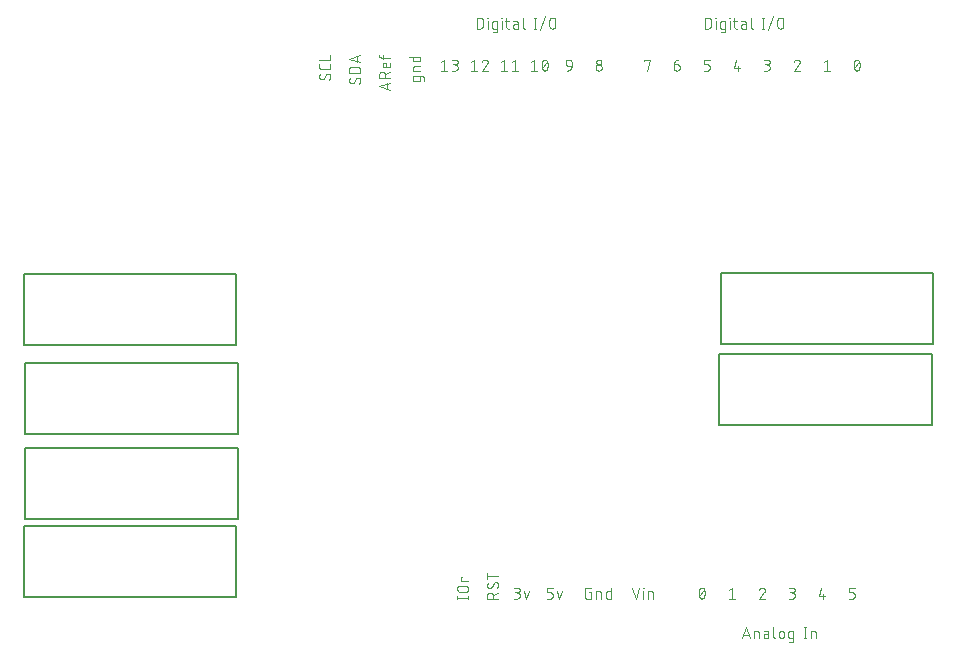
<source format=gbr>
G04 EAGLE Gerber RS-274X export*
G75*
%MOMM*%
%FSLAX34Y34*%
%LPD*%
%INSilkscreen Top*%
%IPPOS*%
%AMOC8*
5,1,8,0,0,1.08239X$1,22.5*%
G01*
%ADD10C,0.076200*%
%ADD11C,0.127000*%


D10*
X334899Y38380D02*
X325501Y38380D01*
X325501Y40991D01*
X325503Y41092D01*
X325509Y41193D01*
X325519Y41294D01*
X325532Y41394D01*
X325550Y41494D01*
X325571Y41593D01*
X325597Y41691D01*
X325626Y41788D01*
X325658Y41884D01*
X325695Y41978D01*
X325735Y42071D01*
X325779Y42163D01*
X325826Y42252D01*
X325877Y42340D01*
X325931Y42426D01*
X325988Y42509D01*
X326048Y42591D01*
X326112Y42669D01*
X326178Y42746D01*
X326248Y42819D01*
X326320Y42890D01*
X326395Y42958D01*
X326473Y43023D01*
X326553Y43085D01*
X326635Y43144D01*
X326720Y43200D01*
X326807Y43252D01*
X326895Y43301D01*
X326986Y43347D01*
X327078Y43388D01*
X327172Y43427D01*
X327267Y43461D01*
X327363Y43492D01*
X327461Y43519D01*
X327559Y43543D01*
X327659Y43562D01*
X327759Y43578D01*
X327859Y43590D01*
X327960Y43598D01*
X328061Y43602D01*
X328163Y43602D01*
X328264Y43598D01*
X328365Y43590D01*
X328465Y43578D01*
X328565Y43562D01*
X328665Y43543D01*
X328763Y43519D01*
X328861Y43492D01*
X328957Y43461D01*
X329052Y43427D01*
X329146Y43388D01*
X329238Y43347D01*
X329329Y43301D01*
X329418Y43252D01*
X329504Y43200D01*
X329589Y43144D01*
X329671Y43085D01*
X329751Y43023D01*
X329829Y42958D01*
X329904Y42890D01*
X329976Y42819D01*
X330046Y42746D01*
X330112Y42669D01*
X330176Y42591D01*
X330236Y42509D01*
X330293Y42426D01*
X330347Y42340D01*
X330398Y42252D01*
X330445Y42163D01*
X330489Y42071D01*
X330529Y41978D01*
X330566Y41884D01*
X330598Y41788D01*
X330627Y41691D01*
X330653Y41593D01*
X330674Y41494D01*
X330692Y41394D01*
X330705Y41294D01*
X330715Y41193D01*
X330721Y41092D01*
X330723Y40991D01*
X330722Y40991D02*
X330722Y38380D01*
X330722Y41513D02*
X334899Y43601D01*
X334899Y50295D02*
X334897Y50384D01*
X334891Y50472D01*
X334882Y50560D01*
X334869Y50648D01*
X334852Y50735D01*
X334832Y50821D01*
X334807Y50906D01*
X334780Y50991D01*
X334748Y51074D01*
X334714Y51155D01*
X334675Y51235D01*
X334634Y51313D01*
X334589Y51390D01*
X334541Y51464D01*
X334490Y51537D01*
X334436Y51607D01*
X334378Y51674D01*
X334318Y51740D01*
X334256Y51802D01*
X334190Y51862D01*
X334123Y51920D01*
X334053Y51974D01*
X333980Y52025D01*
X333906Y52073D01*
X333829Y52118D01*
X333751Y52159D01*
X333671Y52198D01*
X333590Y52232D01*
X333507Y52264D01*
X333422Y52291D01*
X333337Y52316D01*
X333251Y52336D01*
X333164Y52353D01*
X333076Y52366D01*
X332988Y52375D01*
X332900Y52381D01*
X332811Y52383D01*
X334899Y50295D02*
X334897Y50166D01*
X334891Y50037D01*
X334882Y49908D01*
X334869Y49780D01*
X334852Y49652D01*
X334831Y49525D01*
X334807Y49398D01*
X334779Y49272D01*
X334747Y49147D01*
X334712Y49023D01*
X334673Y48900D01*
X334630Y48778D01*
X334584Y48658D01*
X334534Y48539D01*
X334481Y48421D01*
X334425Y48305D01*
X334365Y48191D01*
X334302Y48078D01*
X334235Y47968D01*
X334166Y47859D01*
X334093Y47753D01*
X334017Y47648D01*
X333938Y47546D01*
X333856Y47447D01*
X333772Y47349D01*
X333684Y47254D01*
X333594Y47162D01*
X327589Y47424D02*
X327500Y47426D01*
X327412Y47432D01*
X327324Y47441D01*
X327236Y47454D01*
X327149Y47471D01*
X327063Y47491D01*
X326978Y47516D01*
X326893Y47543D01*
X326810Y47575D01*
X326729Y47609D01*
X326649Y47648D01*
X326571Y47689D01*
X326494Y47734D01*
X326420Y47782D01*
X326347Y47833D01*
X326277Y47887D01*
X326210Y47945D01*
X326144Y48005D01*
X326082Y48067D01*
X326022Y48133D01*
X325964Y48200D01*
X325910Y48270D01*
X325859Y48343D01*
X325811Y48417D01*
X325766Y48494D01*
X325725Y48572D01*
X325686Y48652D01*
X325652Y48733D01*
X325620Y48816D01*
X325593Y48901D01*
X325568Y48986D01*
X325548Y49072D01*
X325531Y49159D01*
X325518Y49247D01*
X325509Y49335D01*
X325503Y49423D01*
X325501Y49512D01*
X325503Y49632D01*
X325508Y49752D01*
X325518Y49871D01*
X325530Y49991D01*
X325547Y50110D01*
X325567Y50228D01*
X325591Y50346D01*
X325618Y50462D01*
X325649Y50578D01*
X325683Y50693D01*
X325721Y50807D01*
X325763Y50920D01*
X325808Y51031D01*
X325856Y51141D01*
X325907Y51249D01*
X325962Y51356D01*
X326020Y51461D01*
X326082Y51564D01*
X326146Y51665D01*
X326214Y51765D01*
X326284Y51862D01*
X329416Y48467D02*
X329368Y48389D01*
X329316Y48313D01*
X329262Y48240D01*
X329204Y48169D01*
X329143Y48100D01*
X329079Y48034D01*
X329012Y47971D01*
X328943Y47911D01*
X328871Y47854D01*
X328797Y47800D01*
X328720Y47750D01*
X328641Y47702D01*
X328561Y47659D01*
X328478Y47618D01*
X328394Y47582D01*
X328309Y47549D01*
X328222Y47520D01*
X328133Y47494D01*
X328044Y47472D01*
X327954Y47455D01*
X327864Y47441D01*
X327772Y47431D01*
X327681Y47425D01*
X327589Y47423D01*
X330984Y51339D02*
X331032Y51417D01*
X331084Y51493D01*
X331138Y51566D01*
X331196Y51637D01*
X331257Y51706D01*
X331321Y51772D01*
X331388Y51835D01*
X331457Y51895D01*
X331529Y51952D01*
X331603Y52006D01*
X331680Y52056D01*
X331759Y52104D01*
X331839Y52147D01*
X331922Y52188D01*
X332006Y52224D01*
X332091Y52257D01*
X332178Y52286D01*
X332267Y52312D01*
X332356Y52334D01*
X332446Y52351D01*
X332536Y52365D01*
X332628Y52375D01*
X332719Y52381D01*
X332811Y52383D01*
X330983Y51339D02*
X329417Y48467D01*
X325501Y58002D02*
X334899Y58002D01*
X325501Y55392D02*
X325501Y60613D01*
X347904Y38481D02*
X350515Y38481D01*
X350616Y38483D01*
X350717Y38489D01*
X350818Y38499D01*
X350918Y38512D01*
X351018Y38530D01*
X351117Y38551D01*
X351215Y38577D01*
X351312Y38606D01*
X351408Y38638D01*
X351502Y38675D01*
X351595Y38715D01*
X351687Y38759D01*
X351776Y38806D01*
X351864Y38857D01*
X351950Y38911D01*
X352033Y38968D01*
X352115Y39028D01*
X352193Y39092D01*
X352270Y39158D01*
X352343Y39228D01*
X352414Y39300D01*
X352482Y39375D01*
X352547Y39453D01*
X352609Y39533D01*
X352668Y39615D01*
X352724Y39700D01*
X352776Y39786D01*
X352825Y39875D01*
X352871Y39966D01*
X352912Y40058D01*
X352951Y40152D01*
X352985Y40247D01*
X353016Y40343D01*
X353043Y40441D01*
X353067Y40539D01*
X353086Y40639D01*
X353102Y40739D01*
X353114Y40839D01*
X353122Y40940D01*
X353126Y41041D01*
X353126Y41143D01*
X353122Y41244D01*
X353114Y41345D01*
X353102Y41445D01*
X353086Y41545D01*
X353067Y41645D01*
X353043Y41743D01*
X353016Y41841D01*
X352985Y41937D01*
X352951Y42032D01*
X352912Y42126D01*
X352871Y42218D01*
X352825Y42309D01*
X352776Y42397D01*
X352724Y42484D01*
X352668Y42569D01*
X352609Y42651D01*
X352547Y42731D01*
X352482Y42809D01*
X352414Y42884D01*
X352343Y42956D01*
X352270Y43026D01*
X352193Y43092D01*
X352115Y43156D01*
X352033Y43216D01*
X351950Y43273D01*
X351864Y43327D01*
X351776Y43378D01*
X351687Y43425D01*
X351595Y43469D01*
X351502Y43509D01*
X351408Y43546D01*
X351312Y43578D01*
X351215Y43607D01*
X351117Y43633D01*
X351018Y43654D01*
X350918Y43672D01*
X350818Y43685D01*
X350717Y43695D01*
X350616Y43701D01*
X350515Y43703D01*
X351037Y47879D02*
X347904Y47879D01*
X351037Y47879D02*
X351127Y47877D01*
X351216Y47871D01*
X351306Y47862D01*
X351395Y47848D01*
X351483Y47831D01*
X351570Y47810D01*
X351657Y47785D01*
X351742Y47756D01*
X351826Y47724D01*
X351908Y47689D01*
X351989Y47649D01*
X352068Y47607D01*
X352145Y47561D01*
X352220Y47511D01*
X352293Y47459D01*
X352364Y47403D01*
X352432Y47345D01*
X352497Y47283D01*
X352560Y47219D01*
X352620Y47152D01*
X352677Y47083D01*
X352731Y47011D01*
X352782Y46937D01*
X352830Y46861D01*
X352874Y46783D01*
X352915Y46703D01*
X352953Y46621D01*
X352987Y46538D01*
X353017Y46453D01*
X353044Y46367D01*
X353067Y46281D01*
X353086Y46193D01*
X353101Y46104D01*
X353113Y46015D01*
X353121Y45926D01*
X353125Y45836D01*
X353125Y45746D01*
X353121Y45656D01*
X353113Y45567D01*
X353101Y45478D01*
X353086Y45389D01*
X353067Y45301D01*
X353044Y45215D01*
X353017Y45129D01*
X352987Y45044D01*
X352953Y44961D01*
X352915Y44879D01*
X352874Y44799D01*
X352830Y44721D01*
X352782Y44645D01*
X352731Y44571D01*
X352677Y44499D01*
X352620Y44430D01*
X352560Y44363D01*
X352497Y44299D01*
X352432Y44237D01*
X352364Y44179D01*
X352293Y44123D01*
X352220Y44071D01*
X352145Y44021D01*
X352068Y43975D01*
X351989Y43933D01*
X351908Y43893D01*
X351826Y43858D01*
X351742Y43826D01*
X351657Y43797D01*
X351570Y43772D01*
X351483Y43751D01*
X351395Y43734D01*
X351306Y43720D01*
X351216Y43711D01*
X351127Y43705D01*
X351037Y43703D01*
X351037Y43702D02*
X348948Y43702D01*
X356656Y44746D02*
X358744Y38481D01*
X360833Y44746D01*
X375844Y38481D02*
X378977Y38481D01*
X379066Y38483D01*
X379154Y38489D01*
X379242Y38498D01*
X379330Y38511D01*
X379417Y38528D01*
X379503Y38548D01*
X379588Y38573D01*
X379673Y38600D01*
X379756Y38632D01*
X379837Y38666D01*
X379917Y38705D01*
X379995Y38746D01*
X380072Y38791D01*
X380146Y38839D01*
X380219Y38890D01*
X380289Y38944D01*
X380356Y39002D01*
X380422Y39062D01*
X380484Y39124D01*
X380544Y39190D01*
X380602Y39257D01*
X380656Y39327D01*
X380707Y39400D01*
X380755Y39474D01*
X380800Y39551D01*
X380841Y39629D01*
X380880Y39709D01*
X380914Y39790D01*
X380946Y39873D01*
X380973Y39958D01*
X380998Y40043D01*
X381018Y40129D01*
X381035Y40216D01*
X381048Y40304D01*
X381057Y40392D01*
X381063Y40480D01*
X381065Y40569D01*
X381065Y41614D01*
X381063Y41703D01*
X381057Y41791D01*
X381048Y41879D01*
X381035Y41967D01*
X381018Y42054D01*
X380998Y42140D01*
X380973Y42225D01*
X380946Y42310D01*
X380914Y42393D01*
X380880Y42474D01*
X380841Y42554D01*
X380800Y42632D01*
X380755Y42709D01*
X380707Y42783D01*
X380656Y42856D01*
X380602Y42926D01*
X380544Y42993D01*
X380484Y43059D01*
X380422Y43121D01*
X380356Y43181D01*
X380289Y43239D01*
X380219Y43293D01*
X380146Y43344D01*
X380072Y43392D01*
X379995Y43437D01*
X379917Y43478D01*
X379837Y43517D01*
X379756Y43551D01*
X379673Y43583D01*
X379588Y43610D01*
X379503Y43635D01*
X379417Y43655D01*
X379330Y43672D01*
X379242Y43685D01*
X379154Y43694D01*
X379066Y43700D01*
X378977Y43702D01*
X375844Y43702D01*
X375844Y47879D01*
X381065Y47879D01*
X384596Y44746D02*
X386684Y38481D01*
X388773Y44746D01*
X411807Y43702D02*
X413373Y43702D01*
X413373Y38481D01*
X410240Y38481D01*
X410151Y38483D01*
X410063Y38489D01*
X409975Y38498D01*
X409887Y38511D01*
X409800Y38528D01*
X409714Y38548D01*
X409629Y38573D01*
X409544Y38600D01*
X409461Y38632D01*
X409380Y38666D01*
X409300Y38705D01*
X409222Y38746D01*
X409145Y38791D01*
X409071Y38839D01*
X408998Y38890D01*
X408928Y38944D01*
X408861Y39002D01*
X408795Y39062D01*
X408733Y39124D01*
X408673Y39190D01*
X408615Y39257D01*
X408561Y39327D01*
X408510Y39400D01*
X408462Y39474D01*
X408417Y39551D01*
X408376Y39629D01*
X408337Y39709D01*
X408303Y39790D01*
X408271Y39873D01*
X408244Y39958D01*
X408219Y40043D01*
X408199Y40129D01*
X408182Y40216D01*
X408169Y40304D01*
X408160Y40392D01*
X408154Y40480D01*
X408152Y40569D01*
X408152Y45791D01*
X408154Y45882D01*
X408160Y45973D01*
X408170Y46064D01*
X408184Y46154D01*
X408201Y46243D01*
X408223Y46331D01*
X408249Y46419D01*
X408278Y46505D01*
X408311Y46590D01*
X408348Y46673D01*
X408388Y46755D01*
X408432Y46835D01*
X408479Y46913D01*
X408530Y46989D01*
X408583Y47062D01*
X408640Y47133D01*
X408701Y47202D01*
X408764Y47267D01*
X408829Y47330D01*
X408898Y47390D01*
X408969Y47448D01*
X409042Y47501D01*
X409118Y47552D01*
X409196Y47599D01*
X409276Y47643D01*
X409358Y47683D01*
X409441Y47720D01*
X409526Y47753D01*
X409612Y47782D01*
X409700Y47808D01*
X409788Y47830D01*
X409877Y47847D01*
X409967Y47861D01*
X410058Y47871D01*
X410149Y47877D01*
X410240Y47879D01*
X413373Y47879D01*
X417818Y44746D02*
X417818Y38481D01*
X417818Y44746D02*
X420429Y44746D01*
X420506Y44744D01*
X420582Y44738D01*
X420659Y44729D01*
X420735Y44716D01*
X420810Y44699D01*
X420884Y44679D01*
X420957Y44654D01*
X421028Y44627D01*
X421099Y44596D01*
X421167Y44561D01*
X421234Y44523D01*
X421299Y44482D01*
X421362Y44438D01*
X421422Y44391D01*
X421481Y44340D01*
X421536Y44287D01*
X421589Y44232D01*
X421640Y44173D01*
X421687Y44113D01*
X421731Y44050D01*
X421772Y43985D01*
X421810Y43918D01*
X421845Y43850D01*
X421876Y43779D01*
X421903Y43708D01*
X421928Y43635D01*
X421948Y43561D01*
X421965Y43486D01*
X421978Y43410D01*
X421987Y43334D01*
X421993Y43257D01*
X421995Y43180D01*
X421995Y38481D01*
X430179Y38481D02*
X430179Y47879D01*
X430179Y38481D02*
X427568Y38481D01*
X427491Y38483D01*
X427415Y38489D01*
X427338Y38498D01*
X427262Y38511D01*
X427187Y38528D01*
X427113Y38548D01*
X427040Y38573D01*
X426969Y38600D01*
X426898Y38631D01*
X426830Y38666D01*
X426763Y38704D01*
X426698Y38745D01*
X426635Y38789D01*
X426575Y38836D01*
X426516Y38887D01*
X426461Y38940D01*
X426408Y38995D01*
X426357Y39054D01*
X426310Y39114D01*
X426266Y39177D01*
X426225Y39242D01*
X426187Y39309D01*
X426152Y39377D01*
X426121Y39448D01*
X426094Y39519D01*
X426069Y39592D01*
X426049Y39666D01*
X426032Y39741D01*
X426019Y39817D01*
X426010Y39894D01*
X426004Y39970D01*
X426002Y40047D01*
X426002Y43180D01*
X426004Y43257D01*
X426010Y43333D01*
X426019Y43410D01*
X426032Y43486D01*
X426049Y43561D01*
X426069Y43635D01*
X426094Y43708D01*
X426121Y43779D01*
X426152Y43850D01*
X426187Y43918D01*
X426225Y43985D01*
X426266Y44050D01*
X426310Y44113D01*
X426357Y44173D01*
X426408Y44232D01*
X426461Y44287D01*
X426516Y44340D01*
X426575Y44391D01*
X426635Y44438D01*
X426698Y44482D01*
X426763Y44523D01*
X426830Y44561D01*
X426898Y44596D01*
X426969Y44627D01*
X427040Y44654D01*
X427113Y44679D01*
X427187Y44699D01*
X427262Y44716D01*
X427338Y44729D01*
X427415Y44738D01*
X427491Y44744D01*
X427568Y44746D01*
X430179Y44746D01*
X448234Y47879D02*
X451367Y38481D01*
X454499Y47879D01*
X457767Y44746D02*
X457767Y38481D01*
X457506Y47357D02*
X457506Y47879D01*
X458028Y47879D01*
X458028Y47357D01*
X457506Y47357D01*
X461775Y44746D02*
X461775Y38481D01*
X461775Y44746D02*
X464386Y44746D01*
X464463Y44744D01*
X464539Y44738D01*
X464616Y44729D01*
X464692Y44716D01*
X464767Y44699D01*
X464841Y44679D01*
X464914Y44654D01*
X464985Y44627D01*
X465056Y44596D01*
X465124Y44561D01*
X465191Y44523D01*
X465256Y44482D01*
X465319Y44438D01*
X465379Y44391D01*
X465438Y44340D01*
X465493Y44287D01*
X465546Y44232D01*
X465597Y44173D01*
X465644Y44113D01*
X465688Y44050D01*
X465729Y43985D01*
X465767Y43918D01*
X465802Y43850D01*
X465833Y43779D01*
X465860Y43708D01*
X465885Y43635D01*
X465905Y43561D01*
X465922Y43486D01*
X465935Y43410D01*
X465944Y43334D01*
X465950Y43257D01*
X465952Y43180D01*
X465952Y38481D01*
X544635Y14402D02*
X541502Y5004D01*
X547767Y5004D02*
X544635Y14402D01*
X546984Y7354D02*
X542285Y7354D01*
X551385Y5004D02*
X551385Y11269D01*
X553996Y11269D01*
X554073Y11267D01*
X554149Y11261D01*
X554226Y11252D01*
X554302Y11239D01*
X554377Y11222D01*
X554451Y11202D01*
X554524Y11177D01*
X554595Y11150D01*
X554666Y11119D01*
X554734Y11084D01*
X554801Y11046D01*
X554866Y11005D01*
X554929Y10961D01*
X554989Y10914D01*
X555048Y10863D01*
X555103Y10810D01*
X555156Y10755D01*
X555207Y10696D01*
X555254Y10636D01*
X555298Y10573D01*
X555339Y10508D01*
X555377Y10441D01*
X555412Y10373D01*
X555443Y10302D01*
X555470Y10231D01*
X555495Y10158D01*
X555515Y10084D01*
X555532Y10009D01*
X555545Y9933D01*
X555554Y9857D01*
X555560Y9780D01*
X555562Y9703D01*
X555562Y5004D01*
X561397Y8659D02*
X563746Y8659D01*
X561397Y8658D02*
X561313Y8656D01*
X561228Y8650D01*
X561145Y8640D01*
X561061Y8627D01*
X560979Y8609D01*
X560897Y8588D01*
X560816Y8563D01*
X560737Y8535D01*
X560659Y8502D01*
X560583Y8466D01*
X560508Y8427D01*
X560435Y8384D01*
X560364Y8338D01*
X560296Y8289D01*
X560230Y8237D01*
X560166Y8181D01*
X560105Y8123D01*
X560047Y8062D01*
X559991Y7998D01*
X559939Y7932D01*
X559890Y7864D01*
X559844Y7793D01*
X559801Y7720D01*
X559762Y7645D01*
X559726Y7569D01*
X559693Y7491D01*
X559665Y7412D01*
X559640Y7331D01*
X559619Y7249D01*
X559601Y7167D01*
X559588Y7083D01*
X559578Y7000D01*
X559572Y6915D01*
X559570Y6831D01*
X559572Y6747D01*
X559578Y6662D01*
X559588Y6579D01*
X559601Y6495D01*
X559619Y6413D01*
X559640Y6331D01*
X559665Y6250D01*
X559693Y6171D01*
X559726Y6093D01*
X559762Y6017D01*
X559801Y5942D01*
X559844Y5869D01*
X559890Y5798D01*
X559939Y5730D01*
X559991Y5664D01*
X560047Y5600D01*
X560105Y5539D01*
X560166Y5481D01*
X560230Y5425D01*
X560296Y5373D01*
X560364Y5324D01*
X560435Y5278D01*
X560508Y5235D01*
X560583Y5196D01*
X560659Y5160D01*
X560737Y5127D01*
X560816Y5099D01*
X560897Y5074D01*
X560979Y5053D01*
X561061Y5035D01*
X561145Y5022D01*
X561228Y5012D01*
X561313Y5006D01*
X561397Y5004D01*
X563746Y5004D01*
X563746Y9703D01*
X563744Y9780D01*
X563738Y9856D01*
X563729Y9933D01*
X563716Y10009D01*
X563699Y10084D01*
X563679Y10158D01*
X563654Y10231D01*
X563627Y10302D01*
X563596Y10373D01*
X563561Y10441D01*
X563523Y10508D01*
X563482Y10573D01*
X563438Y10636D01*
X563391Y10696D01*
X563340Y10755D01*
X563287Y10810D01*
X563232Y10863D01*
X563173Y10914D01*
X563113Y10961D01*
X563050Y11005D01*
X562985Y11046D01*
X562918Y11084D01*
X562850Y11119D01*
X562779Y11150D01*
X562708Y11177D01*
X562635Y11202D01*
X562561Y11222D01*
X562486Y11239D01*
X562410Y11252D01*
X562333Y11261D01*
X562257Y11267D01*
X562180Y11269D01*
X560091Y11269D01*
X567970Y14402D02*
X567970Y6570D01*
X567972Y6493D01*
X567978Y6417D01*
X567987Y6340D01*
X568000Y6264D01*
X568017Y6189D01*
X568037Y6115D01*
X568062Y6042D01*
X568089Y5971D01*
X568120Y5900D01*
X568155Y5832D01*
X568193Y5765D01*
X568234Y5700D01*
X568278Y5637D01*
X568325Y5577D01*
X568376Y5518D01*
X568429Y5463D01*
X568484Y5410D01*
X568543Y5359D01*
X568603Y5312D01*
X568666Y5268D01*
X568731Y5227D01*
X568798Y5189D01*
X568866Y5154D01*
X568937Y5123D01*
X569008Y5096D01*
X569081Y5071D01*
X569155Y5051D01*
X569230Y5034D01*
X569306Y5021D01*
X569383Y5012D01*
X569459Y5006D01*
X569536Y5004D01*
X572721Y7092D02*
X572721Y9181D01*
X572722Y9181D02*
X572724Y9271D01*
X572730Y9360D01*
X572739Y9450D01*
X572753Y9539D01*
X572770Y9627D01*
X572791Y9714D01*
X572816Y9801D01*
X572845Y9886D01*
X572877Y9970D01*
X572912Y10052D01*
X572952Y10133D01*
X572994Y10212D01*
X573040Y10289D01*
X573090Y10364D01*
X573142Y10437D01*
X573198Y10508D01*
X573256Y10576D01*
X573318Y10641D01*
X573382Y10704D01*
X573449Y10764D01*
X573518Y10821D01*
X573590Y10875D01*
X573664Y10926D01*
X573740Y10974D01*
X573818Y11018D01*
X573898Y11059D01*
X573980Y11097D01*
X574063Y11131D01*
X574148Y11161D01*
X574234Y11188D01*
X574320Y11211D01*
X574408Y11230D01*
X574497Y11245D01*
X574586Y11257D01*
X574675Y11265D01*
X574765Y11269D01*
X574855Y11269D01*
X574945Y11265D01*
X575034Y11257D01*
X575123Y11245D01*
X575212Y11230D01*
X575300Y11211D01*
X575386Y11188D01*
X575472Y11161D01*
X575557Y11131D01*
X575640Y11097D01*
X575722Y11059D01*
X575802Y11018D01*
X575880Y10974D01*
X575956Y10926D01*
X576030Y10875D01*
X576102Y10821D01*
X576171Y10764D01*
X576238Y10704D01*
X576302Y10641D01*
X576364Y10576D01*
X576422Y10508D01*
X576478Y10437D01*
X576530Y10364D01*
X576580Y10289D01*
X576626Y10212D01*
X576668Y10133D01*
X576708Y10052D01*
X576743Y9970D01*
X576775Y9886D01*
X576804Y9801D01*
X576829Y9714D01*
X576850Y9627D01*
X576867Y9539D01*
X576881Y9450D01*
X576890Y9360D01*
X576896Y9271D01*
X576898Y9181D01*
X576898Y7092D01*
X576896Y7002D01*
X576890Y6913D01*
X576881Y6823D01*
X576867Y6734D01*
X576850Y6646D01*
X576829Y6559D01*
X576804Y6472D01*
X576775Y6387D01*
X576743Y6303D01*
X576708Y6221D01*
X576668Y6140D01*
X576626Y6061D01*
X576580Y5984D01*
X576530Y5909D01*
X576478Y5836D01*
X576422Y5765D01*
X576364Y5697D01*
X576302Y5632D01*
X576238Y5569D01*
X576171Y5509D01*
X576102Y5452D01*
X576030Y5398D01*
X575956Y5347D01*
X575880Y5299D01*
X575802Y5255D01*
X575722Y5214D01*
X575640Y5176D01*
X575557Y5142D01*
X575472Y5112D01*
X575386Y5085D01*
X575300Y5062D01*
X575212Y5043D01*
X575123Y5028D01*
X575034Y5016D01*
X574945Y5008D01*
X574855Y5004D01*
X574765Y5004D01*
X574675Y5008D01*
X574586Y5016D01*
X574497Y5028D01*
X574408Y5043D01*
X574320Y5062D01*
X574234Y5085D01*
X574148Y5112D01*
X574063Y5142D01*
X573980Y5176D01*
X573898Y5214D01*
X573818Y5255D01*
X573740Y5299D01*
X573664Y5347D01*
X573590Y5398D01*
X573518Y5452D01*
X573449Y5509D01*
X573382Y5569D01*
X573318Y5632D01*
X573256Y5697D01*
X573198Y5765D01*
X573142Y5836D01*
X573090Y5909D01*
X573040Y5984D01*
X572994Y6061D01*
X572952Y6140D01*
X572912Y6221D01*
X572877Y6303D01*
X572845Y6387D01*
X572816Y6472D01*
X572791Y6559D01*
X572770Y6646D01*
X572753Y6734D01*
X572739Y6823D01*
X572730Y6913D01*
X572724Y7002D01*
X572722Y7092D01*
X582167Y5004D02*
X584777Y5004D01*
X582167Y5004D02*
X582090Y5006D01*
X582014Y5012D01*
X581937Y5021D01*
X581861Y5034D01*
X581786Y5051D01*
X581712Y5071D01*
X581639Y5096D01*
X581568Y5123D01*
X581497Y5154D01*
X581429Y5189D01*
X581362Y5227D01*
X581297Y5268D01*
X581234Y5312D01*
X581174Y5359D01*
X581115Y5410D01*
X581060Y5463D01*
X581007Y5518D01*
X580956Y5577D01*
X580909Y5637D01*
X580865Y5700D01*
X580824Y5765D01*
X580786Y5832D01*
X580751Y5900D01*
X580720Y5971D01*
X580693Y6042D01*
X580668Y6115D01*
X580648Y6189D01*
X580631Y6264D01*
X580618Y6340D01*
X580609Y6417D01*
X580603Y6493D01*
X580601Y6570D01*
X580600Y6570D02*
X580600Y9703D01*
X580601Y9703D02*
X580603Y9780D01*
X580609Y9856D01*
X580618Y9933D01*
X580631Y10009D01*
X580648Y10084D01*
X580668Y10158D01*
X580693Y10231D01*
X580720Y10302D01*
X580751Y10373D01*
X580786Y10441D01*
X580824Y10508D01*
X580865Y10573D01*
X580909Y10636D01*
X580956Y10696D01*
X581007Y10755D01*
X581060Y10810D01*
X581115Y10863D01*
X581174Y10914D01*
X581234Y10961D01*
X581297Y11005D01*
X581362Y11046D01*
X581429Y11084D01*
X581497Y11119D01*
X581568Y11150D01*
X581639Y11177D01*
X581712Y11202D01*
X581786Y11222D01*
X581861Y11239D01*
X581937Y11252D01*
X582014Y11261D01*
X582090Y11267D01*
X582167Y11269D01*
X584777Y11269D01*
X584777Y3438D01*
X584775Y3361D01*
X584769Y3285D01*
X584760Y3208D01*
X584747Y3132D01*
X584730Y3057D01*
X584710Y2983D01*
X584685Y2910D01*
X584658Y2839D01*
X584627Y2768D01*
X584592Y2700D01*
X584554Y2633D01*
X584513Y2568D01*
X584469Y2505D01*
X584422Y2445D01*
X584371Y2386D01*
X584318Y2331D01*
X584263Y2278D01*
X584204Y2227D01*
X584144Y2180D01*
X584081Y2136D01*
X584016Y2095D01*
X583949Y2057D01*
X583881Y2022D01*
X583810Y1991D01*
X583739Y1964D01*
X583666Y1939D01*
X583592Y1919D01*
X583517Y1902D01*
X583441Y1889D01*
X583365Y1880D01*
X583288Y1874D01*
X583211Y1872D01*
X583211Y1871D02*
X581122Y1871D01*
X594622Y5004D02*
X594622Y14402D01*
X593577Y5004D02*
X595666Y5004D01*
X595666Y14402D02*
X593577Y14402D01*
X599543Y11269D02*
X599543Y5004D01*
X599543Y11269D02*
X602154Y11269D01*
X602231Y11267D01*
X602307Y11261D01*
X602384Y11252D01*
X602460Y11239D01*
X602535Y11222D01*
X602609Y11202D01*
X602682Y11177D01*
X602753Y11150D01*
X602824Y11119D01*
X602892Y11084D01*
X602959Y11046D01*
X603024Y11005D01*
X603087Y10961D01*
X603147Y10914D01*
X603206Y10863D01*
X603261Y10810D01*
X603314Y10755D01*
X603365Y10696D01*
X603412Y10636D01*
X603456Y10573D01*
X603497Y10508D01*
X603535Y10441D01*
X603570Y10373D01*
X603601Y10302D01*
X603628Y10231D01*
X603653Y10158D01*
X603673Y10084D01*
X603690Y10009D01*
X603703Y9933D01*
X603712Y9857D01*
X603718Y9780D01*
X603720Y9703D01*
X603720Y5004D01*
X504571Y43180D02*
X504573Y43365D01*
X504580Y43550D01*
X504591Y43734D01*
X504606Y43918D01*
X504626Y44102D01*
X504650Y44286D01*
X504679Y44468D01*
X504712Y44650D01*
X504749Y44831D01*
X504791Y45011D01*
X504837Y45191D01*
X504887Y45369D01*
X504941Y45545D01*
X505000Y45721D01*
X505062Y45895D01*
X505129Y46067D01*
X505200Y46238D01*
X505275Y46407D01*
X505354Y46574D01*
X505384Y46654D01*
X505417Y46733D01*
X505454Y46810D01*
X505494Y46886D01*
X505537Y46960D01*
X505583Y47032D01*
X505633Y47101D01*
X505685Y47169D01*
X505741Y47234D01*
X505799Y47297D01*
X505861Y47356D01*
X505924Y47414D01*
X505991Y47468D01*
X506059Y47519D01*
X506130Y47567D01*
X506203Y47612D01*
X506277Y47654D01*
X506354Y47692D01*
X506432Y47727D01*
X506511Y47759D01*
X506592Y47787D01*
X506674Y47811D01*
X506758Y47832D01*
X506841Y47849D01*
X506926Y47862D01*
X507011Y47871D01*
X507096Y47877D01*
X507182Y47879D01*
X507268Y47877D01*
X507353Y47871D01*
X507438Y47862D01*
X507523Y47849D01*
X507606Y47832D01*
X507690Y47811D01*
X507772Y47787D01*
X507853Y47759D01*
X507932Y47727D01*
X508010Y47692D01*
X508087Y47654D01*
X508161Y47612D01*
X508234Y47567D01*
X508305Y47519D01*
X508373Y47468D01*
X508440Y47414D01*
X508503Y47356D01*
X508565Y47297D01*
X508623Y47234D01*
X508679Y47169D01*
X508731Y47101D01*
X508781Y47032D01*
X508827Y46960D01*
X508870Y46886D01*
X508910Y46810D01*
X508947Y46733D01*
X508980Y46654D01*
X509010Y46574D01*
X509009Y46574D02*
X509088Y46407D01*
X509163Y46238D01*
X509234Y46067D01*
X509301Y45895D01*
X509363Y45721D01*
X509422Y45545D01*
X509476Y45369D01*
X509526Y45191D01*
X509572Y45011D01*
X509614Y44831D01*
X509651Y44650D01*
X509684Y44468D01*
X509713Y44286D01*
X509737Y44102D01*
X509757Y43918D01*
X509772Y43734D01*
X509783Y43550D01*
X509790Y43365D01*
X509792Y43180D01*
X504571Y43180D02*
X504573Y42995D01*
X504580Y42810D01*
X504591Y42626D01*
X504606Y42442D01*
X504626Y42258D01*
X504650Y42074D01*
X504679Y41892D01*
X504712Y41710D01*
X504749Y41529D01*
X504791Y41349D01*
X504837Y41169D01*
X504887Y40991D01*
X504941Y40815D01*
X505000Y40639D01*
X505062Y40465D01*
X505129Y40293D01*
X505200Y40122D01*
X505275Y39953D01*
X505354Y39786D01*
X505384Y39706D01*
X505417Y39627D01*
X505454Y39550D01*
X505494Y39474D01*
X505537Y39400D01*
X505583Y39328D01*
X505633Y39259D01*
X505686Y39191D01*
X505741Y39126D01*
X505800Y39063D01*
X505861Y39004D01*
X505924Y38946D01*
X505991Y38892D01*
X506059Y38841D01*
X506130Y38793D01*
X506203Y38748D01*
X506277Y38706D01*
X506354Y38668D01*
X506432Y38633D01*
X506511Y38601D01*
X506592Y38573D01*
X506674Y38549D01*
X506758Y38528D01*
X506841Y38511D01*
X506926Y38498D01*
X507011Y38489D01*
X507096Y38483D01*
X507182Y38481D01*
X509009Y39786D02*
X509088Y39953D01*
X509163Y40122D01*
X509234Y40293D01*
X509301Y40465D01*
X509363Y40639D01*
X509422Y40815D01*
X509476Y40991D01*
X509526Y41169D01*
X509572Y41349D01*
X509614Y41529D01*
X509651Y41710D01*
X509684Y41892D01*
X509713Y42074D01*
X509737Y42258D01*
X509757Y42442D01*
X509772Y42626D01*
X509783Y42810D01*
X509790Y42995D01*
X509792Y43180D01*
X509010Y39786D02*
X508980Y39706D01*
X508947Y39627D01*
X508910Y39550D01*
X508870Y39474D01*
X508827Y39400D01*
X508781Y39328D01*
X508731Y39259D01*
X508679Y39191D01*
X508623Y39126D01*
X508565Y39063D01*
X508503Y39004D01*
X508440Y38946D01*
X508373Y38892D01*
X508305Y38841D01*
X508234Y38793D01*
X508161Y38748D01*
X508087Y38706D01*
X508010Y38668D01*
X507932Y38633D01*
X507853Y38601D01*
X507772Y38573D01*
X507690Y38549D01*
X507606Y38528D01*
X507523Y38511D01*
X507438Y38498D01*
X507353Y38489D01*
X507268Y38483D01*
X507182Y38481D01*
X505093Y40569D02*
X509270Y45791D01*
X529971Y45791D02*
X532582Y47879D01*
X532582Y38481D01*
X535192Y38481D02*
X529971Y38481D01*
X558243Y47880D02*
X558338Y47878D01*
X558432Y47872D01*
X558526Y47863D01*
X558620Y47850D01*
X558713Y47833D01*
X558805Y47812D01*
X558897Y47787D01*
X558987Y47759D01*
X559076Y47727D01*
X559164Y47692D01*
X559250Y47653D01*
X559335Y47611D01*
X559418Y47565D01*
X559499Y47516D01*
X559578Y47464D01*
X559655Y47409D01*
X559729Y47350D01*
X559801Y47289D01*
X559871Y47225D01*
X559938Y47158D01*
X560002Y47088D01*
X560063Y47016D01*
X560122Y46942D01*
X560177Y46865D01*
X560229Y46786D01*
X560278Y46705D01*
X560324Y46622D01*
X560366Y46537D01*
X560405Y46451D01*
X560440Y46363D01*
X560472Y46274D01*
X560500Y46184D01*
X560525Y46092D01*
X560546Y46000D01*
X560563Y45907D01*
X560576Y45813D01*
X560585Y45719D01*
X560591Y45625D01*
X560593Y45530D01*
X558243Y47879D02*
X558135Y47877D01*
X558026Y47871D01*
X557918Y47861D01*
X557811Y47848D01*
X557704Y47830D01*
X557597Y47809D01*
X557492Y47784D01*
X557387Y47755D01*
X557284Y47723D01*
X557182Y47686D01*
X557081Y47646D01*
X556982Y47603D01*
X556884Y47556D01*
X556788Y47505D01*
X556694Y47451D01*
X556602Y47394D01*
X556512Y47333D01*
X556424Y47269D01*
X556339Y47203D01*
X556256Y47133D01*
X556176Y47060D01*
X556098Y46984D01*
X556023Y46906D01*
X555951Y46825D01*
X555882Y46741D01*
X555816Y46655D01*
X555753Y46567D01*
X555694Y46476D01*
X555637Y46384D01*
X555584Y46289D01*
X555535Y46193D01*
X555489Y46094D01*
X555446Y45995D01*
X555407Y45893D01*
X555372Y45791D01*
X559809Y43702D02*
X559878Y43771D01*
X559944Y43842D01*
X560008Y43915D01*
X560069Y43991D01*
X560127Y44070D01*
X560181Y44150D01*
X560233Y44233D01*
X560281Y44317D01*
X560327Y44403D01*
X560368Y44491D01*
X560407Y44581D01*
X560442Y44672D01*
X560473Y44764D01*
X560501Y44857D01*
X560525Y44951D01*
X560545Y45046D01*
X560562Y45142D01*
X560575Y45239D01*
X560584Y45336D01*
X560590Y45433D01*
X560592Y45530D01*
X559809Y43702D02*
X555371Y38481D01*
X560592Y38481D01*
X580771Y38481D02*
X583382Y38481D01*
X583483Y38483D01*
X583584Y38489D01*
X583685Y38499D01*
X583785Y38512D01*
X583885Y38530D01*
X583984Y38551D01*
X584082Y38577D01*
X584179Y38606D01*
X584275Y38638D01*
X584369Y38675D01*
X584462Y38715D01*
X584554Y38759D01*
X584643Y38806D01*
X584731Y38857D01*
X584817Y38911D01*
X584900Y38968D01*
X584982Y39028D01*
X585060Y39092D01*
X585137Y39158D01*
X585210Y39228D01*
X585281Y39300D01*
X585349Y39375D01*
X585414Y39453D01*
X585476Y39533D01*
X585535Y39615D01*
X585591Y39700D01*
X585643Y39786D01*
X585692Y39875D01*
X585738Y39966D01*
X585779Y40058D01*
X585818Y40152D01*
X585852Y40247D01*
X585883Y40343D01*
X585910Y40441D01*
X585934Y40539D01*
X585953Y40639D01*
X585969Y40739D01*
X585981Y40839D01*
X585989Y40940D01*
X585993Y41041D01*
X585993Y41143D01*
X585989Y41244D01*
X585981Y41345D01*
X585969Y41445D01*
X585953Y41545D01*
X585934Y41645D01*
X585910Y41743D01*
X585883Y41841D01*
X585852Y41937D01*
X585818Y42032D01*
X585779Y42126D01*
X585738Y42218D01*
X585692Y42309D01*
X585643Y42397D01*
X585591Y42484D01*
X585535Y42569D01*
X585476Y42651D01*
X585414Y42731D01*
X585349Y42809D01*
X585281Y42884D01*
X585210Y42956D01*
X585137Y43026D01*
X585060Y43092D01*
X584982Y43156D01*
X584900Y43216D01*
X584817Y43273D01*
X584731Y43327D01*
X584643Y43378D01*
X584554Y43425D01*
X584462Y43469D01*
X584369Y43509D01*
X584275Y43546D01*
X584179Y43578D01*
X584082Y43607D01*
X583984Y43633D01*
X583885Y43654D01*
X583785Y43672D01*
X583685Y43685D01*
X583584Y43695D01*
X583483Y43701D01*
X583382Y43703D01*
X583904Y47879D02*
X580771Y47879D01*
X583904Y47879D02*
X583994Y47877D01*
X584083Y47871D01*
X584173Y47862D01*
X584262Y47848D01*
X584350Y47831D01*
X584437Y47810D01*
X584524Y47785D01*
X584609Y47756D01*
X584693Y47724D01*
X584775Y47689D01*
X584856Y47649D01*
X584935Y47607D01*
X585012Y47561D01*
X585087Y47511D01*
X585160Y47459D01*
X585231Y47403D01*
X585299Y47345D01*
X585364Y47283D01*
X585427Y47219D01*
X585487Y47152D01*
X585544Y47083D01*
X585598Y47011D01*
X585649Y46937D01*
X585697Y46861D01*
X585741Y46783D01*
X585782Y46703D01*
X585820Y46621D01*
X585854Y46538D01*
X585884Y46453D01*
X585911Y46367D01*
X585934Y46281D01*
X585953Y46193D01*
X585968Y46104D01*
X585980Y46015D01*
X585988Y45926D01*
X585992Y45836D01*
X585992Y45746D01*
X585988Y45656D01*
X585980Y45567D01*
X585968Y45478D01*
X585953Y45389D01*
X585934Y45301D01*
X585911Y45215D01*
X585884Y45129D01*
X585854Y45044D01*
X585820Y44961D01*
X585782Y44879D01*
X585741Y44799D01*
X585697Y44721D01*
X585649Y44645D01*
X585598Y44571D01*
X585544Y44499D01*
X585487Y44430D01*
X585427Y44363D01*
X585364Y44299D01*
X585299Y44237D01*
X585231Y44179D01*
X585160Y44123D01*
X585087Y44071D01*
X585012Y44021D01*
X584935Y43975D01*
X584856Y43933D01*
X584775Y43893D01*
X584693Y43858D01*
X584609Y43826D01*
X584524Y43797D01*
X584437Y43772D01*
X584350Y43751D01*
X584262Y43734D01*
X584173Y43720D01*
X584083Y43711D01*
X583994Y43705D01*
X583904Y43703D01*
X583904Y43702D02*
X581815Y43702D01*
X606171Y40569D02*
X608259Y47879D01*
X606171Y40569D02*
X611392Y40569D01*
X609826Y42658D02*
X609826Y38481D01*
X631571Y38481D02*
X634704Y38481D01*
X634793Y38483D01*
X634881Y38489D01*
X634969Y38498D01*
X635057Y38511D01*
X635144Y38528D01*
X635230Y38548D01*
X635315Y38573D01*
X635400Y38600D01*
X635483Y38632D01*
X635564Y38666D01*
X635644Y38705D01*
X635722Y38746D01*
X635799Y38791D01*
X635873Y38839D01*
X635946Y38890D01*
X636016Y38944D01*
X636083Y39002D01*
X636149Y39062D01*
X636211Y39124D01*
X636271Y39190D01*
X636329Y39257D01*
X636383Y39327D01*
X636434Y39400D01*
X636482Y39474D01*
X636527Y39551D01*
X636568Y39629D01*
X636607Y39709D01*
X636641Y39790D01*
X636673Y39873D01*
X636700Y39958D01*
X636725Y40043D01*
X636745Y40129D01*
X636762Y40216D01*
X636775Y40304D01*
X636784Y40392D01*
X636790Y40480D01*
X636792Y40569D01*
X636792Y41614D01*
X636790Y41703D01*
X636784Y41791D01*
X636775Y41879D01*
X636762Y41967D01*
X636745Y42054D01*
X636725Y42140D01*
X636700Y42225D01*
X636673Y42310D01*
X636641Y42393D01*
X636607Y42474D01*
X636568Y42554D01*
X636527Y42632D01*
X636482Y42709D01*
X636434Y42783D01*
X636383Y42856D01*
X636329Y42926D01*
X636271Y42993D01*
X636211Y43059D01*
X636149Y43121D01*
X636083Y43181D01*
X636016Y43239D01*
X635946Y43293D01*
X635873Y43344D01*
X635799Y43392D01*
X635722Y43437D01*
X635644Y43478D01*
X635564Y43517D01*
X635483Y43551D01*
X635400Y43583D01*
X635315Y43610D01*
X635230Y43635D01*
X635144Y43655D01*
X635057Y43672D01*
X634969Y43685D01*
X634881Y43694D01*
X634793Y43700D01*
X634704Y43702D01*
X631571Y43702D01*
X631571Y47879D01*
X636792Y47879D01*
X243459Y469184D02*
X234061Y472317D01*
X243459Y475449D01*
X241110Y474666D02*
X241110Y469967D01*
X243459Y479212D02*
X234061Y479212D01*
X234061Y481822D01*
X234063Y481923D01*
X234069Y482024D01*
X234079Y482125D01*
X234092Y482225D01*
X234110Y482325D01*
X234131Y482424D01*
X234157Y482522D01*
X234186Y482619D01*
X234218Y482715D01*
X234255Y482809D01*
X234295Y482902D01*
X234339Y482994D01*
X234386Y483083D01*
X234437Y483171D01*
X234491Y483257D01*
X234548Y483340D01*
X234608Y483422D01*
X234672Y483500D01*
X234738Y483577D01*
X234808Y483650D01*
X234880Y483721D01*
X234955Y483789D01*
X235033Y483854D01*
X235113Y483916D01*
X235195Y483975D01*
X235280Y484031D01*
X235367Y484083D01*
X235455Y484132D01*
X235546Y484178D01*
X235638Y484219D01*
X235732Y484258D01*
X235827Y484292D01*
X235923Y484323D01*
X236021Y484350D01*
X236119Y484374D01*
X236219Y484393D01*
X236319Y484409D01*
X236419Y484421D01*
X236520Y484429D01*
X236621Y484433D01*
X236723Y484433D01*
X236824Y484429D01*
X236925Y484421D01*
X237025Y484409D01*
X237125Y484393D01*
X237225Y484374D01*
X237323Y484350D01*
X237421Y484323D01*
X237517Y484292D01*
X237612Y484258D01*
X237706Y484219D01*
X237798Y484178D01*
X237889Y484132D01*
X237978Y484083D01*
X238064Y484031D01*
X238149Y483975D01*
X238231Y483916D01*
X238311Y483854D01*
X238389Y483789D01*
X238464Y483721D01*
X238536Y483650D01*
X238606Y483577D01*
X238672Y483500D01*
X238736Y483422D01*
X238796Y483340D01*
X238853Y483257D01*
X238907Y483171D01*
X238958Y483083D01*
X239005Y482994D01*
X239049Y482902D01*
X239089Y482809D01*
X239126Y482715D01*
X239158Y482619D01*
X239187Y482522D01*
X239213Y482424D01*
X239234Y482325D01*
X239252Y482225D01*
X239265Y482125D01*
X239275Y482024D01*
X239281Y481923D01*
X239283Y481822D01*
X239282Y481822D02*
X239282Y479212D01*
X239282Y482344D02*
X243459Y484433D01*
X243459Y489778D02*
X243459Y492388D01*
X243459Y489778D02*
X243457Y489701D01*
X243451Y489625D01*
X243442Y489548D01*
X243429Y489472D01*
X243412Y489397D01*
X243392Y489323D01*
X243367Y489250D01*
X243340Y489179D01*
X243309Y489108D01*
X243274Y489040D01*
X243236Y488973D01*
X243195Y488908D01*
X243151Y488845D01*
X243104Y488785D01*
X243053Y488726D01*
X243000Y488671D01*
X242945Y488618D01*
X242886Y488567D01*
X242826Y488520D01*
X242763Y488476D01*
X242698Y488435D01*
X242631Y488397D01*
X242563Y488362D01*
X242492Y488331D01*
X242421Y488304D01*
X242348Y488279D01*
X242274Y488259D01*
X242199Y488242D01*
X242123Y488229D01*
X242046Y488220D01*
X241970Y488214D01*
X241893Y488212D01*
X241893Y488211D02*
X239282Y488211D01*
X239282Y488212D02*
X239192Y488214D01*
X239103Y488220D01*
X239013Y488229D01*
X238924Y488243D01*
X238836Y488260D01*
X238749Y488281D01*
X238662Y488306D01*
X238577Y488335D01*
X238493Y488367D01*
X238411Y488402D01*
X238330Y488442D01*
X238251Y488484D01*
X238174Y488530D01*
X238099Y488580D01*
X238026Y488632D01*
X237955Y488688D01*
X237887Y488746D01*
X237822Y488808D01*
X237759Y488872D01*
X237699Y488939D01*
X237642Y489008D01*
X237588Y489080D01*
X237537Y489154D01*
X237489Y489230D01*
X237445Y489308D01*
X237404Y489388D01*
X237366Y489470D01*
X237332Y489553D01*
X237302Y489638D01*
X237275Y489724D01*
X237252Y489810D01*
X237233Y489898D01*
X237218Y489987D01*
X237206Y490076D01*
X237198Y490165D01*
X237194Y490255D01*
X237194Y490345D01*
X237198Y490435D01*
X237206Y490524D01*
X237218Y490613D01*
X237233Y490702D01*
X237252Y490790D01*
X237275Y490876D01*
X237302Y490962D01*
X237332Y491047D01*
X237366Y491130D01*
X237404Y491212D01*
X237445Y491292D01*
X237489Y491370D01*
X237537Y491446D01*
X237588Y491520D01*
X237642Y491592D01*
X237699Y491661D01*
X237759Y491728D01*
X237822Y491792D01*
X237887Y491854D01*
X237955Y491912D01*
X238026Y491968D01*
X238099Y492020D01*
X238174Y492070D01*
X238251Y492116D01*
X238330Y492158D01*
X238411Y492198D01*
X238493Y492233D01*
X238577Y492265D01*
X238662Y492294D01*
X238749Y492319D01*
X238836Y492340D01*
X238924Y492357D01*
X239013Y492371D01*
X239103Y492380D01*
X239192Y492386D01*
X239282Y492388D01*
X240326Y492388D01*
X240326Y488211D01*
X243459Y496641D02*
X235627Y496641D01*
X235550Y496643D01*
X235474Y496649D01*
X235397Y496658D01*
X235321Y496671D01*
X235247Y496688D01*
X235172Y496708D01*
X235099Y496733D01*
X235028Y496760D01*
X234957Y496791D01*
X234889Y496826D01*
X234822Y496864D01*
X234757Y496905D01*
X234694Y496949D01*
X234634Y496996D01*
X234575Y497047D01*
X234520Y497100D01*
X234467Y497155D01*
X234416Y497214D01*
X234369Y497274D01*
X234325Y497337D01*
X234284Y497402D01*
X234246Y497469D01*
X234211Y497537D01*
X234180Y497608D01*
X234153Y497679D01*
X234128Y497752D01*
X234108Y497826D01*
X234091Y497901D01*
X234078Y497977D01*
X234069Y498053D01*
X234063Y498130D01*
X234061Y498207D01*
X234061Y498729D01*
X237194Y498729D02*
X237194Y495596D01*
X268859Y480695D02*
X268859Y478085D01*
X268857Y478008D01*
X268851Y477932D01*
X268842Y477855D01*
X268829Y477779D01*
X268812Y477704D01*
X268792Y477630D01*
X268767Y477557D01*
X268740Y477486D01*
X268709Y477415D01*
X268674Y477347D01*
X268636Y477280D01*
X268595Y477215D01*
X268551Y477152D01*
X268504Y477092D01*
X268453Y477033D01*
X268400Y476978D01*
X268345Y476925D01*
X268286Y476874D01*
X268226Y476827D01*
X268163Y476783D01*
X268098Y476742D01*
X268031Y476704D01*
X267963Y476669D01*
X267892Y476638D01*
X267821Y476611D01*
X267748Y476586D01*
X267674Y476566D01*
X267599Y476549D01*
X267523Y476536D01*
X267446Y476527D01*
X267370Y476521D01*
X267293Y476519D01*
X267293Y476518D02*
X264160Y476518D01*
X264160Y476519D02*
X264083Y476521D01*
X264007Y476527D01*
X263930Y476536D01*
X263854Y476549D01*
X263779Y476566D01*
X263705Y476586D01*
X263632Y476611D01*
X263561Y476638D01*
X263490Y476669D01*
X263422Y476704D01*
X263355Y476742D01*
X263290Y476783D01*
X263227Y476827D01*
X263167Y476874D01*
X263108Y476925D01*
X263053Y476978D01*
X263000Y477033D01*
X262949Y477092D01*
X262902Y477152D01*
X262858Y477215D01*
X262817Y477280D01*
X262779Y477347D01*
X262744Y477415D01*
X262713Y477486D01*
X262686Y477557D01*
X262661Y477630D01*
X262641Y477704D01*
X262624Y477779D01*
X262611Y477855D01*
X262602Y477932D01*
X262596Y478008D01*
X262594Y478085D01*
X262594Y480695D01*
X270425Y480695D01*
X270502Y480693D01*
X270578Y480687D01*
X270655Y480678D01*
X270731Y480665D01*
X270806Y480648D01*
X270880Y480628D01*
X270953Y480603D01*
X271024Y480576D01*
X271095Y480545D01*
X271163Y480510D01*
X271230Y480472D01*
X271295Y480431D01*
X271358Y480387D01*
X271418Y480340D01*
X271477Y480289D01*
X271532Y480236D01*
X271585Y480181D01*
X271636Y480122D01*
X271683Y480062D01*
X271727Y479999D01*
X271768Y479934D01*
X271806Y479867D01*
X271841Y479799D01*
X271872Y479728D01*
X271899Y479657D01*
X271924Y479584D01*
X271944Y479510D01*
X271961Y479435D01*
X271974Y479359D01*
X271983Y479282D01*
X271989Y479206D01*
X271991Y479129D01*
X271992Y479129D02*
X271992Y477040D01*
X268859Y485098D02*
X262594Y485098D01*
X262594Y487709D01*
X262596Y487786D01*
X262602Y487862D01*
X262611Y487939D01*
X262624Y488015D01*
X262641Y488090D01*
X262661Y488164D01*
X262686Y488237D01*
X262713Y488308D01*
X262744Y488379D01*
X262779Y488447D01*
X262817Y488514D01*
X262858Y488579D01*
X262902Y488642D01*
X262949Y488702D01*
X263000Y488761D01*
X263053Y488816D01*
X263108Y488869D01*
X263167Y488920D01*
X263227Y488967D01*
X263290Y489011D01*
X263355Y489052D01*
X263422Y489090D01*
X263490Y489125D01*
X263561Y489156D01*
X263632Y489183D01*
X263705Y489208D01*
X263779Y489228D01*
X263854Y489245D01*
X263930Y489258D01*
X264006Y489267D01*
X264083Y489273D01*
X264160Y489275D01*
X268859Y489275D01*
X268859Y497459D02*
X259461Y497459D01*
X268859Y497459D02*
X268859Y494848D01*
X268857Y494771D01*
X268851Y494695D01*
X268842Y494618D01*
X268829Y494542D01*
X268812Y494467D01*
X268792Y494393D01*
X268767Y494320D01*
X268740Y494249D01*
X268709Y494178D01*
X268674Y494110D01*
X268636Y494043D01*
X268595Y493978D01*
X268551Y493915D01*
X268504Y493855D01*
X268453Y493796D01*
X268400Y493741D01*
X268345Y493688D01*
X268286Y493637D01*
X268226Y493590D01*
X268163Y493546D01*
X268098Y493505D01*
X268031Y493467D01*
X267963Y493432D01*
X267892Y493401D01*
X267821Y493374D01*
X267748Y493349D01*
X267674Y493329D01*
X267599Y493312D01*
X267523Y493299D01*
X267446Y493290D01*
X267370Y493284D01*
X267293Y493282D01*
X264160Y493282D01*
X264083Y493284D01*
X264007Y493290D01*
X263930Y493299D01*
X263854Y493312D01*
X263779Y493329D01*
X263705Y493349D01*
X263632Y493374D01*
X263561Y493401D01*
X263490Y493432D01*
X263422Y493467D01*
X263355Y493505D01*
X263290Y493546D01*
X263227Y493590D01*
X263167Y493637D01*
X263108Y493688D01*
X263053Y493741D01*
X263000Y493796D01*
X262949Y493855D01*
X262902Y493915D01*
X262858Y493978D01*
X262817Y494043D01*
X262779Y494110D01*
X262744Y494178D01*
X262713Y494249D01*
X262686Y494320D01*
X262661Y494393D01*
X262641Y494467D01*
X262624Y494542D01*
X262611Y494618D01*
X262602Y494695D01*
X262596Y494771D01*
X262594Y494848D01*
X262594Y497459D01*
X286244Y492831D02*
X288854Y494919D01*
X288854Y485521D01*
X286244Y485521D02*
X291465Y485521D01*
X295388Y485521D02*
X297998Y485521D01*
X298099Y485523D01*
X298200Y485529D01*
X298301Y485539D01*
X298401Y485552D01*
X298501Y485570D01*
X298600Y485591D01*
X298698Y485617D01*
X298795Y485646D01*
X298891Y485678D01*
X298985Y485715D01*
X299078Y485755D01*
X299170Y485799D01*
X299259Y485846D01*
X299347Y485897D01*
X299433Y485951D01*
X299516Y486008D01*
X299598Y486068D01*
X299676Y486132D01*
X299753Y486198D01*
X299826Y486268D01*
X299897Y486340D01*
X299965Y486415D01*
X300030Y486493D01*
X300092Y486573D01*
X300151Y486655D01*
X300207Y486740D01*
X300259Y486827D01*
X300308Y486915D01*
X300354Y487006D01*
X300395Y487098D01*
X300434Y487192D01*
X300468Y487287D01*
X300499Y487383D01*
X300526Y487481D01*
X300550Y487579D01*
X300569Y487679D01*
X300585Y487779D01*
X300597Y487879D01*
X300605Y487980D01*
X300609Y488081D01*
X300609Y488183D01*
X300605Y488284D01*
X300597Y488385D01*
X300585Y488485D01*
X300569Y488585D01*
X300550Y488685D01*
X300526Y488783D01*
X300499Y488881D01*
X300468Y488977D01*
X300434Y489072D01*
X300395Y489166D01*
X300354Y489258D01*
X300308Y489349D01*
X300259Y489437D01*
X300207Y489524D01*
X300151Y489609D01*
X300092Y489691D01*
X300030Y489771D01*
X299965Y489849D01*
X299897Y489924D01*
X299826Y489996D01*
X299753Y490066D01*
X299676Y490132D01*
X299598Y490196D01*
X299516Y490256D01*
X299433Y490313D01*
X299347Y490367D01*
X299259Y490418D01*
X299170Y490465D01*
X299078Y490509D01*
X298985Y490549D01*
X298891Y490586D01*
X298795Y490618D01*
X298698Y490647D01*
X298600Y490673D01*
X298501Y490694D01*
X298401Y490712D01*
X298301Y490725D01*
X298200Y490735D01*
X298099Y490741D01*
X297998Y490743D01*
X298521Y494919D02*
X295388Y494919D01*
X298521Y494919D02*
X298611Y494917D01*
X298700Y494911D01*
X298790Y494902D01*
X298879Y494888D01*
X298967Y494871D01*
X299054Y494850D01*
X299141Y494825D01*
X299226Y494796D01*
X299310Y494764D01*
X299392Y494729D01*
X299473Y494689D01*
X299552Y494647D01*
X299629Y494601D01*
X299704Y494551D01*
X299777Y494499D01*
X299848Y494443D01*
X299916Y494385D01*
X299981Y494323D01*
X300044Y494259D01*
X300104Y494192D01*
X300161Y494123D01*
X300215Y494051D01*
X300266Y493977D01*
X300314Y493901D01*
X300358Y493823D01*
X300399Y493743D01*
X300437Y493661D01*
X300471Y493578D01*
X300501Y493493D01*
X300528Y493407D01*
X300551Y493321D01*
X300570Y493233D01*
X300585Y493144D01*
X300597Y493055D01*
X300605Y492966D01*
X300609Y492876D01*
X300609Y492786D01*
X300605Y492696D01*
X300597Y492607D01*
X300585Y492518D01*
X300570Y492429D01*
X300551Y492341D01*
X300528Y492255D01*
X300501Y492169D01*
X300471Y492084D01*
X300437Y492001D01*
X300399Y491919D01*
X300358Y491839D01*
X300314Y491761D01*
X300266Y491685D01*
X300215Y491611D01*
X300161Y491539D01*
X300104Y491470D01*
X300044Y491403D01*
X299981Y491339D01*
X299916Y491277D01*
X299848Y491219D01*
X299777Y491163D01*
X299704Y491111D01*
X299629Y491061D01*
X299552Y491015D01*
X299473Y490973D01*
X299392Y490933D01*
X299310Y490898D01*
X299226Y490866D01*
X299141Y490837D01*
X299054Y490812D01*
X298967Y490791D01*
X298879Y490774D01*
X298790Y490760D01*
X298700Y490751D01*
X298611Y490745D01*
X298521Y490743D01*
X298521Y490742D02*
X296432Y490742D01*
X311644Y492831D02*
X314254Y494919D01*
X314254Y485521D01*
X311644Y485521D02*
X316865Y485521D01*
X326010Y492570D02*
X326008Y492665D01*
X326002Y492759D01*
X325993Y492853D01*
X325980Y492947D01*
X325963Y493040D01*
X325942Y493132D01*
X325917Y493224D01*
X325889Y493314D01*
X325857Y493403D01*
X325822Y493491D01*
X325783Y493577D01*
X325741Y493662D01*
X325695Y493745D01*
X325646Y493826D01*
X325594Y493905D01*
X325539Y493982D01*
X325480Y494056D01*
X325419Y494128D01*
X325355Y494198D01*
X325288Y494265D01*
X325218Y494329D01*
X325146Y494390D01*
X325072Y494449D01*
X324995Y494504D01*
X324916Y494556D01*
X324835Y494605D01*
X324752Y494651D01*
X324667Y494693D01*
X324581Y494732D01*
X324493Y494767D01*
X324404Y494799D01*
X324314Y494827D01*
X324222Y494852D01*
X324130Y494873D01*
X324037Y494890D01*
X323943Y494903D01*
X323849Y494912D01*
X323755Y494918D01*
X323660Y494920D01*
X323660Y494919D02*
X323552Y494917D01*
X323443Y494911D01*
X323335Y494901D01*
X323228Y494888D01*
X323121Y494870D01*
X323014Y494849D01*
X322909Y494824D01*
X322804Y494795D01*
X322701Y494763D01*
X322599Y494726D01*
X322498Y494686D01*
X322399Y494643D01*
X322301Y494596D01*
X322205Y494545D01*
X322111Y494491D01*
X322019Y494434D01*
X321929Y494373D01*
X321841Y494309D01*
X321756Y494243D01*
X321673Y494173D01*
X321593Y494100D01*
X321515Y494024D01*
X321440Y493946D01*
X321368Y493865D01*
X321299Y493781D01*
X321233Y493695D01*
X321170Y493607D01*
X321111Y493516D01*
X321054Y493424D01*
X321001Y493329D01*
X320952Y493233D01*
X320906Y493134D01*
X320863Y493035D01*
X320824Y492933D01*
X320789Y492831D01*
X325226Y490742D02*
X325295Y490811D01*
X325361Y490882D01*
X325425Y490955D01*
X325486Y491031D01*
X325544Y491110D01*
X325598Y491190D01*
X325650Y491273D01*
X325698Y491357D01*
X325744Y491443D01*
X325785Y491531D01*
X325824Y491621D01*
X325859Y491712D01*
X325890Y491804D01*
X325918Y491897D01*
X325942Y491991D01*
X325962Y492086D01*
X325979Y492182D01*
X325992Y492279D01*
X326001Y492376D01*
X326007Y492473D01*
X326009Y492570D01*
X325226Y490742D02*
X320788Y485521D01*
X326009Y485521D01*
X337044Y492831D02*
X339654Y494919D01*
X339654Y485521D01*
X337044Y485521D02*
X342265Y485521D01*
X346188Y492831D02*
X348798Y494919D01*
X348798Y485521D01*
X346188Y485521D02*
X351409Y485521D01*
X362444Y492831D02*
X365054Y494919D01*
X365054Y485521D01*
X362444Y485521D02*
X367665Y485521D01*
X371588Y490220D02*
X371590Y490405D01*
X371597Y490590D01*
X371608Y490774D01*
X371623Y490958D01*
X371643Y491142D01*
X371667Y491326D01*
X371696Y491508D01*
X371729Y491690D01*
X371766Y491871D01*
X371808Y492051D01*
X371854Y492231D01*
X371904Y492409D01*
X371958Y492585D01*
X372017Y492761D01*
X372079Y492935D01*
X372146Y493107D01*
X372217Y493278D01*
X372292Y493447D01*
X372371Y493614D01*
X372370Y493614D02*
X372400Y493694D01*
X372433Y493773D01*
X372470Y493850D01*
X372510Y493926D01*
X372553Y494000D01*
X372599Y494072D01*
X372649Y494141D01*
X372701Y494209D01*
X372757Y494274D01*
X372815Y494337D01*
X372877Y494396D01*
X372940Y494454D01*
X373007Y494508D01*
X373075Y494559D01*
X373146Y494607D01*
X373219Y494652D01*
X373293Y494694D01*
X373370Y494732D01*
X373448Y494767D01*
X373527Y494799D01*
X373608Y494827D01*
X373690Y494851D01*
X373774Y494872D01*
X373857Y494889D01*
X373942Y494902D01*
X374027Y494911D01*
X374112Y494917D01*
X374198Y494919D01*
X374284Y494917D01*
X374369Y494911D01*
X374454Y494902D01*
X374539Y494889D01*
X374622Y494872D01*
X374706Y494851D01*
X374788Y494827D01*
X374869Y494799D01*
X374948Y494767D01*
X375026Y494732D01*
X375103Y494694D01*
X375177Y494652D01*
X375250Y494607D01*
X375321Y494559D01*
X375389Y494508D01*
X375456Y494454D01*
X375519Y494396D01*
X375581Y494337D01*
X375639Y494274D01*
X375695Y494209D01*
X375747Y494141D01*
X375797Y494072D01*
X375843Y494000D01*
X375886Y493926D01*
X375926Y493850D01*
X375963Y493773D01*
X375996Y493694D01*
X376026Y493614D01*
X376105Y493447D01*
X376180Y493278D01*
X376251Y493107D01*
X376318Y492935D01*
X376380Y492761D01*
X376439Y492585D01*
X376493Y492409D01*
X376543Y492231D01*
X376589Y492051D01*
X376631Y491871D01*
X376668Y491690D01*
X376701Y491508D01*
X376730Y491326D01*
X376754Y491142D01*
X376774Y490958D01*
X376789Y490774D01*
X376800Y490590D01*
X376807Y490405D01*
X376809Y490220D01*
X371588Y490220D02*
X371590Y490035D01*
X371597Y489850D01*
X371608Y489666D01*
X371623Y489482D01*
X371643Y489298D01*
X371667Y489114D01*
X371696Y488932D01*
X371729Y488750D01*
X371766Y488569D01*
X371808Y488389D01*
X371854Y488209D01*
X371904Y488031D01*
X371958Y487855D01*
X372017Y487679D01*
X372079Y487505D01*
X372146Y487333D01*
X372217Y487162D01*
X372292Y486993D01*
X372371Y486826D01*
X372370Y486826D02*
X372400Y486746D01*
X372433Y486667D01*
X372470Y486590D01*
X372510Y486514D01*
X372553Y486440D01*
X372599Y486368D01*
X372649Y486299D01*
X372702Y486231D01*
X372757Y486166D01*
X372816Y486103D01*
X372877Y486044D01*
X372940Y485986D01*
X373007Y485932D01*
X373075Y485881D01*
X373146Y485833D01*
X373219Y485788D01*
X373293Y485746D01*
X373370Y485708D01*
X373448Y485673D01*
X373527Y485641D01*
X373608Y485613D01*
X373690Y485589D01*
X373774Y485568D01*
X373857Y485551D01*
X373942Y485538D01*
X374027Y485529D01*
X374112Y485523D01*
X374198Y485521D01*
X376026Y486826D02*
X376105Y486993D01*
X376180Y487162D01*
X376251Y487333D01*
X376318Y487505D01*
X376380Y487679D01*
X376439Y487855D01*
X376493Y488031D01*
X376543Y488209D01*
X376589Y488389D01*
X376631Y488569D01*
X376668Y488750D01*
X376701Y488932D01*
X376730Y489114D01*
X376754Y489298D01*
X376774Y489482D01*
X376789Y489666D01*
X376800Y489850D01*
X376807Y490035D01*
X376809Y490220D01*
X376026Y486826D02*
X375996Y486746D01*
X375963Y486667D01*
X375926Y486590D01*
X375886Y486514D01*
X375843Y486440D01*
X375797Y486368D01*
X375747Y486299D01*
X375695Y486231D01*
X375639Y486166D01*
X375581Y486103D01*
X375519Y486044D01*
X375456Y485986D01*
X375389Y485932D01*
X375321Y485881D01*
X375250Y485833D01*
X375177Y485788D01*
X375103Y485746D01*
X375026Y485708D01*
X374948Y485673D01*
X374869Y485641D01*
X374788Y485613D01*
X374706Y485589D01*
X374622Y485568D01*
X374539Y485551D01*
X374454Y485538D01*
X374369Y485529D01*
X374284Y485523D01*
X374198Y485521D01*
X372110Y487609D02*
X376287Y492831D01*
X393996Y489698D02*
X397129Y489698D01*
X393996Y489698D02*
X393907Y489700D01*
X393819Y489706D01*
X393731Y489715D01*
X393643Y489728D01*
X393556Y489745D01*
X393470Y489765D01*
X393385Y489790D01*
X393300Y489817D01*
X393217Y489849D01*
X393136Y489883D01*
X393056Y489922D01*
X392978Y489963D01*
X392901Y490008D01*
X392827Y490056D01*
X392754Y490107D01*
X392684Y490161D01*
X392617Y490219D01*
X392551Y490279D01*
X392489Y490341D01*
X392429Y490407D01*
X392371Y490474D01*
X392317Y490544D01*
X392266Y490617D01*
X392218Y490691D01*
X392173Y490768D01*
X392132Y490846D01*
X392093Y490926D01*
X392059Y491007D01*
X392027Y491090D01*
X392000Y491175D01*
X391975Y491260D01*
X391955Y491346D01*
X391938Y491433D01*
X391925Y491521D01*
X391916Y491609D01*
X391910Y491697D01*
X391908Y491786D01*
X391908Y492308D01*
X391907Y492308D02*
X391909Y492409D01*
X391915Y492510D01*
X391925Y492611D01*
X391938Y492711D01*
X391956Y492811D01*
X391977Y492910D01*
X392003Y493008D01*
X392032Y493105D01*
X392064Y493201D01*
X392101Y493295D01*
X392141Y493388D01*
X392185Y493480D01*
X392232Y493569D01*
X392283Y493657D01*
X392337Y493743D01*
X392394Y493826D01*
X392454Y493908D01*
X392518Y493986D01*
X392584Y494063D01*
X392654Y494136D01*
X392726Y494207D01*
X392801Y494275D01*
X392879Y494340D01*
X392959Y494402D01*
X393041Y494461D01*
X393126Y494517D01*
X393213Y494569D01*
X393301Y494618D01*
X393392Y494664D01*
X393484Y494705D01*
X393578Y494744D01*
X393673Y494778D01*
X393769Y494809D01*
X393867Y494836D01*
X393965Y494860D01*
X394065Y494879D01*
X394165Y494895D01*
X394265Y494907D01*
X394366Y494915D01*
X394467Y494919D01*
X394569Y494919D01*
X394670Y494915D01*
X394771Y494907D01*
X394871Y494895D01*
X394971Y494879D01*
X395071Y494860D01*
X395169Y494836D01*
X395267Y494809D01*
X395363Y494778D01*
X395458Y494744D01*
X395552Y494705D01*
X395644Y494664D01*
X395735Y494618D01*
X395824Y494569D01*
X395910Y494517D01*
X395995Y494461D01*
X396077Y494402D01*
X396157Y494340D01*
X396235Y494275D01*
X396310Y494207D01*
X396382Y494136D01*
X396452Y494063D01*
X396518Y493986D01*
X396582Y493908D01*
X396642Y493826D01*
X396699Y493743D01*
X396753Y493657D01*
X396804Y493569D01*
X396851Y493480D01*
X396895Y493388D01*
X396935Y493295D01*
X396972Y493201D01*
X397004Y493105D01*
X397033Y493008D01*
X397059Y492910D01*
X397080Y492811D01*
X397098Y492711D01*
X397111Y492611D01*
X397121Y492510D01*
X397127Y492409D01*
X397129Y492308D01*
X397129Y489698D01*
X397127Y489572D01*
X397121Y489446D01*
X397112Y489320D01*
X397099Y489195D01*
X397081Y489070D01*
X397061Y488945D01*
X397036Y488821D01*
X397008Y488698D01*
X396976Y488576D01*
X396940Y488455D01*
X396901Y488335D01*
X396858Y488217D01*
X396811Y488100D01*
X396761Y487984D01*
X396707Y487869D01*
X396651Y487757D01*
X396590Y487646D01*
X396527Y487537D01*
X396460Y487430D01*
X396390Y487325D01*
X396316Y487222D01*
X396240Y487122D01*
X396161Y487024D01*
X396079Y486928D01*
X395993Y486835D01*
X395906Y486744D01*
X395815Y486657D01*
X395722Y486571D01*
X395626Y486489D01*
X395528Y486410D01*
X395428Y486334D01*
X395325Y486260D01*
X395220Y486190D01*
X395113Y486123D01*
X395004Y486060D01*
X394893Y485999D01*
X394781Y485943D01*
X394666Y485889D01*
X394550Y485839D01*
X394433Y485792D01*
X394315Y485749D01*
X394195Y485710D01*
X394074Y485674D01*
X393952Y485642D01*
X393829Y485614D01*
X393705Y485589D01*
X393580Y485569D01*
X393455Y485551D01*
X393330Y485538D01*
X393204Y485529D01*
X393078Y485523D01*
X392952Y485521D01*
X417307Y488132D02*
X417309Y488233D01*
X417315Y488334D01*
X417325Y488435D01*
X417338Y488535D01*
X417356Y488635D01*
X417377Y488734D01*
X417403Y488832D01*
X417432Y488929D01*
X417464Y489025D01*
X417501Y489119D01*
X417541Y489212D01*
X417585Y489304D01*
X417632Y489393D01*
X417683Y489481D01*
X417737Y489567D01*
X417794Y489650D01*
X417854Y489732D01*
X417918Y489810D01*
X417984Y489887D01*
X418054Y489960D01*
X418126Y490031D01*
X418201Y490099D01*
X418279Y490164D01*
X418359Y490226D01*
X418441Y490285D01*
X418526Y490341D01*
X418613Y490393D01*
X418701Y490442D01*
X418792Y490488D01*
X418884Y490529D01*
X418978Y490568D01*
X419073Y490602D01*
X419169Y490633D01*
X419267Y490660D01*
X419365Y490684D01*
X419465Y490703D01*
X419565Y490719D01*
X419665Y490731D01*
X419766Y490739D01*
X419867Y490743D01*
X419969Y490743D01*
X420070Y490739D01*
X420171Y490731D01*
X420271Y490719D01*
X420371Y490703D01*
X420471Y490684D01*
X420569Y490660D01*
X420667Y490633D01*
X420763Y490602D01*
X420858Y490568D01*
X420952Y490529D01*
X421044Y490488D01*
X421135Y490442D01*
X421224Y490393D01*
X421310Y490341D01*
X421395Y490285D01*
X421477Y490226D01*
X421557Y490164D01*
X421635Y490099D01*
X421710Y490031D01*
X421782Y489960D01*
X421852Y489887D01*
X421918Y489810D01*
X421982Y489732D01*
X422042Y489650D01*
X422099Y489567D01*
X422153Y489481D01*
X422204Y489393D01*
X422251Y489304D01*
X422295Y489212D01*
X422335Y489119D01*
X422372Y489025D01*
X422404Y488929D01*
X422433Y488832D01*
X422459Y488734D01*
X422480Y488635D01*
X422498Y488535D01*
X422511Y488435D01*
X422521Y488334D01*
X422527Y488233D01*
X422529Y488132D01*
X422527Y488031D01*
X422521Y487930D01*
X422511Y487829D01*
X422498Y487729D01*
X422480Y487629D01*
X422459Y487530D01*
X422433Y487432D01*
X422404Y487335D01*
X422372Y487239D01*
X422335Y487145D01*
X422295Y487052D01*
X422251Y486960D01*
X422204Y486871D01*
X422153Y486783D01*
X422099Y486697D01*
X422042Y486614D01*
X421982Y486532D01*
X421918Y486454D01*
X421852Y486377D01*
X421782Y486304D01*
X421710Y486233D01*
X421635Y486165D01*
X421557Y486100D01*
X421477Y486038D01*
X421395Y485979D01*
X421310Y485923D01*
X421223Y485871D01*
X421135Y485822D01*
X421044Y485776D01*
X420952Y485735D01*
X420858Y485696D01*
X420763Y485662D01*
X420667Y485631D01*
X420569Y485604D01*
X420471Y485580D01*
X420371Y485561D01*
X420271Y485545D01*
X420171Y485533D01*
X420070Y485525D01*
X419969Y485521D01*
X419867Y485521D01*
X419766Y485525D01*
X419665Y485533D01*
X419565Y485545D01*
X419465Y485561D01*
X419365Y485580D01*
X419267Y485604D01*
X419169Y485631D01*
X419073Y485662D01*
X418978Y485696D01*
X418884Y485735D01*
X418792Y485776D01*
X418701Y485822D01*
X418613Y485871D01*
X418526Y485923D01*
X418441Y485979D01*
X418359Y486038D01*
X418279Y486100D01*
X418201Y486165D01*
X418126Y486233D01*
X418054Y486304D01*
X417984Y486377D01*
X417918Y486454D01*
X417854Y486532D01*
X417794Y486614D01*
X417737Y486697D01*
X417683Y486783D01*
X417632Y486871D01*
X417585Y486960D01*
X417541Y487052D01*
X417501Y487145D01*
X417464Y487239D01*
X417432Y487335D01*
X417403Y487432D01*
X417377Y487530D01*
X417356Y487629D01*
X417338Y487729D01*
X417325Y487829D01*
X417315Y487930D01*
X417309Y488031D01*
X417307Y488132D01*
X417830Y492831D02*
X417832Y492921D01*
X417838Y493010D01*
X417847Y493100D01*
X417861Y493189D01*
X417878Y493277D01*
X417899Y493364D01*
X417924Y493451D01*
X417953Y493536D01*
X417985Y493620D01*
X418020Y493702D01*
X418060Y493783D01*
X418102Y493862D01*
X418148Y493939D01*
X418198Y494014D01*
X418250Y494087D01*
X418306Y494158D01*
X418364Y494226D01*
X418426Y494291D01*
X418490Y494354D01*
X418557Y494414D01*
X418626Y494471D01*
X418698Y494525D01*
X418772Y494576D01*
X418848Y494624D01*
X418926Y494668D01*
X419006Y494709D01*
X419088Y494747D01*
X419171Y494781D01*
X419256Y494811D01*
X419342Y494838D01*
X419428Y494861D01*
X419516Y494880D01*
X419605Y494895D01*
X419694Y494907D01*
X419783Y494915D01*
X419873Y494919D01*
X419963Y494919D01*
X420053Y494915D01*
X420142Y494907D01*
X420231Y494895D01*
X420320Y494880D01*
X420408Y494861D01*
X420494Y494838D01*
X420580Y494811D01*
X420665Y494781D01*
X420748Y494747D01*
X420830Y494709D01*
X420910Y494668D01*
X420988Y494624D01*
X421064Y494576D01*
X421138Y494525D01*
X421210Y494471D01*
X421279Y494414D01*
X421346Y494354D01*
X421410Y494291D01*
X421472Y494226D01*
X421530Y494158D01*
X421586Y494087D01*
X421638Y494014D01*
X421688Y493939D01*
X421734Y493862D01*
X421776Y493783D01*
X421816Y493702D01*
X421851Y493620D01*
X421883Y493536D01*
X421912Y493451D01*
X421937Y493364D01*
X421958Y493277D01*
X421975Y493189D01*
X421989Y493100D01*
X421998Y493010D01*
X422004Y492921D01*
X422006Y492831D01*
X422004Y492741D01*
X421998Y492652D01*
X421989Y492562D01*
X421975Y492473D01*
X421958Y492385D01*
X421937Y492298D01*
X421912Y492211D01*
X421883Y492126D01*
X421851Y492042D01*
X421816Y491960D01*
X421776Y491879D01*
X421734Y491800D01*
X421688Y491723D01*
X421638Y491648D01*
X421586Y491575D01*
X421530Y491504D01*
X421472Y491436D01*
X421410Y491371D01*
X421346Y491308D01*
X421279Y491248D01*
X421210Y491191D01*
X421138Y491137D01*
X421064Y491086D01*
X420988Y491038D01*
X420910Y490994D01*
X420830Y490953D01*
X420748Y490915D01*
X420665Y490881D01*
X420580Y490851D01*
X420494Y490824D01*
X420408Y490801D01*
X420320Y490782D01*
X420231Y490767D01*
X420142Y490755D01*
X420053Y490747D01*
X419963Y490743D01*
X419873Y490743D01*
X419783Y490747D01*
X419694Y490755D01*
X419605Y490767D01*
X419516Y490782D01*
X419428Y490801D01*
X419342Y490824D01*
X419256Y490851D01*
X419171Y490881D01*
X419088Y490915D01*
X419006Y490953D01*
X418926Y490994D01*
X418848Y491038D01*
X418772Y491086D01*
X418698Y491137D01*
X418626Y491191D01*
X418557Y491248D01*
X418490Y491308D01*
X418426Y491371D01*
X418364Y491436D01*
X418306Y491504D01*
X418250Y491575D01*
X418198Y491648D01*
X418148Y491723D01*
X418102Y491800D01*
X418060Y491879D01*
X418020Y491960D01*
X417985Y492042D01*
X417953Y492126D01*
X417924Y492211D01*
X417899Y492298D01*
X417878Y492385D01*
X417861Y492473D01*
X417847Y492562D01*
X417838Y492652D01*
X417832Y492741D01*
X417830Y492831D01*
X457948Y493875D02*
X457948Y494919D01*
X463169Y494919D01*
X460558Y485521D01*
X483348Y490742D02*
X486481Y490742D01*
X486570Y490740D01*
X486658Y490734D01*
X486746Y490725D01*
X486834Y490712D01*
X486921Y490695D01*
X487007Y490675D01*
X487092Y490650D01*
X487177Y490623D01*
X487260Y490591D01*
X487341Y490557D01*
X487421Y490518D01*
X487499Y490477D01*
X487576Y490432D01*
X487650Y490384D01*
X487723Y490333D01*
X487793Y490279D01*
X487860Y490221D01*
X487926Y490161D01*
X487988Y490099D01*
X488048Y490033D01*
X488106Y489966D01*
X488160Y489896D01*
X488211Y489823D01*
X488259Y489749D01*
X488304Y489672D01*
X488345Y489594D01*
X488384Y489514D01*
X488418Y489433D01*
X488450Y489350D01*
X488477Y489265D01*
X488502Y489180D01*
X488522Y489094D01*
X488539Y489007D01*
X488552Y488919D01*
X488561Y488831D01*
X488567Y488743D01*
X488569Y488654D01*
X488569Y488132D01*
X488567Y488031D01*
X488561Y487930D01*
X488551Y487829D01*
X488538Y487729D01*
X488520Y487629D01*
X488499Y487530D01*
X488473Y487432D01*
X488444Y487335D01*
X488412Y487239D01*
X488375Y487145D01*
X488335Y487052D01*
X488291Y486960D01*
X488244Y486871D01*
X488193Y486783D01*
X488139Y486697D01*
X488082Y486614D01*
X488022Y486532D01*
X487958Y486454D01*
X487892Y486377D01*
X487822Y486304D01*
X487750Y486233D01*
X487675Y486165D01*
X487597Y486100D01*
X487517Y486038D01*
X487435Y485979D01*
X487350Y485923D01*
X487263Y485871D01*
X487175Y485822D01*
X487084Y485776D01*
X486992Y485735D01*
X486898Y485696D01*
X486803Y485662D01*
X486707Y485631D01*
X486609Y485604D01*
X486511Y485580D01*
X486411Y485561D01*
X486311Y485545D01*
X486211Y485533D01*
X486110Y485525D01*
X486009Y485521D01*
X485907Y485521D01*
X485806Y485525D01*
X485705Y485533D01*
X485605Y485545D01*
X485505Y485561D01*
X485405Y485580D01*
X485307Y485604D01*
X485209Y485631D01*
X485113Y485662D01*
X485018Y485696D01*
X484924Y485735D01*
X484832Y485776D01*
X484741Y485822D01*
X484653Y485871D01*
X484566Y485923D01*
X484481Y485979D01*
X484399Y486038D01*
X484319Y486100D01*
X484241Y486165D01*
X484166Y486233D01*
X484094Y486304D01*
X484024Y486377D01*
X483958Y486454D01*
X483894Y486532D01*
X483834Y486614D01*
X483777Y486697D01*
X483723Y486783D01*
X483672Y486871D01*
X483625Y486960D01*
X483581Y487052D01*
X483541Y487145D01*
X483504Y487239D01*
X483472Y487335D01*
X483443Y487432D01*
X483417Y487530D01*
X483396Y487629D01*
X483378Y487729D01*
X483365Y487829D01*
X483355Y487930D01*
X483349Y488031D01*
X483347Y488132D01*
X483348Y488132D02*
X483348Y490742D01*
X483350Y490871D01*
X483356Y490999D01*
X483366Y491127D01*
X483380Y491255D01*
X483397Y491383D01*
X483419Y491510D01*
X483445Y491636D01*
X483474Y491761D01*
X483507Y491885D01*
X483545Y492008D01*
X483585Y492130D01*
X483630Y492251D01*
X483678Y492370D01*
X483730Y492488D01*
X483786Y492604D01*
X483845Y492718D01*
X483908Y492830D01*
X483974Y492941D01*
X484043Y493049D01*
X484116Y493155D01*
X484192Y493259D01*
X484271Y493361D01*
X484353Y493460D01*
X484438Y493556D01*
X484526Y493650D01*
X484617Y493741D01*
X484711Y493829D01*
X484807Y493914D01*
X484906Y493996D01*
X485008Y494075D01*
X485112Y494151D01*
X485218Y494224D01*
X485326Y494293D01*
X485436Y494359D01*
X485549Y494422D01*
X485663Y494481D01*
X485779Y494537D01*
X485897Y494589D01*
X486016Y494637D01*
X486137Y494682D01*
X486259Y494722D01*
X486382Y494760D01*
X486506Y494793D01*
X486631Y494822D01*
X486757Y494848D01*
X486884Y494870D01*
X487012Y494887D01*
X487140Y494901D01*
X487268Y494911D01*
X487396Y494917D01*
X487525Y494919D01*
X508748Y485521D02*
X511881Y485521D01*
X511970Y485523D01*
X512058Y485529D01*
X512146Y485538D01*
X512234Y485551D01*
X512321Y485568D01*
X512407Y485588D01*
X512492Y485613D01*
X512577Y485640D01*
X512660Y485672D01*
X512741Y485706D01*
X512821Y485745D01*
X512899Y485786D01*
X512976Y485831D01*
X513050Y485879D01*
X513123Y485930D01*
X513193Y485984D01*
X513260Y486042D01*
X513326Y486102D01*
X513388Y486164D01*
X513448Y486230D01*
X513506Y486297D01*
X513560Y486367D01*
X513611Y486440D01*
X513659Y486514D01*
X513704Y486591D01*
X513745Y486669D01*
X513784Y486749D01*
X513818Y486830D01*
X513850Y486913D01*
X513877Y486998D01*
X513902Y487083D01*
X513922Y487169D01*
X513939Y487256D01*
X513952Y487344D01*
X513961Y487432D01*
X513967Y487520D01*
X513969Y487609D01*
X513969Y488654D01*
X513967Y488743D01*
X513961Y488831D01*
X513952Y488919D01*
X513939Y489007D01*
X513922Y489094D01*
X513902Y489180D01*
X513877Y489265D01*
X513850Y489350D01*
X513818Y489433D01*
X513784Y489514D01*
X513745Y489594D01*
X513704Y489672D01*
X513659Y489749D01*
X513611Y489823D01*
X513560Y489896D01*
X513506Y489966D01*
X513448Y490033D01*
X513388Y490099D01*
X513326Y490161D01*
X513260Y490221D01*
X513193Y490279D01*
X513123Y490333D01*
X513050Y490384D01*
X512976Y490432D01*
X512899Y490477D01*
X512821Y490518D01*
X512741Y490557D01*
X512660Y490591D01*
X512577Y490623D01*
X512492Y490650D01*
X512407Y490675D01*
X512321Y490695D01*
X512234Y490712D01*
X512146Y490725D01*
X512058Y490734D01*
X511970Y490740D01*
X511881Y490742D01*
X508748Y490742D01*
X508748Y494919D01*
X513969Y494919D01*
X534148Y487609D02*
X536236Y494919D01*
X534148Y487609D02*
X539369Y487609D01*
X537803Y489698D02*
X537803Y485521D01*
X559548Y485521D02*
X562158Y485521D01*
X562259Y485523D01*
X562360Y485529D01*
X562461Y485539D01*
X562561Y485552D01*
X562661Y485570D01*
X562760Y485591D01*
X562858Y485617D01*
X562955Y485646D01*
X563051Y485678D01*
X563145Y485715D01*
X563238Y485755D01*
X563330Y485799D01*
X563419Y485846D01*
X563507Y485897D01*
X563593Y485951D01*
X563676Y486008D01*
X563758Y486068D01*
X563836Y486132D01*
X563913Y486198D01*
X563986Y486268D01*
X564057Y486340D01*
X564125Y486415D01*
X564190Y486493D01*
X564252Y486573D01*
X564311Y486655D01*
X564367Y486740D01*
X564419Y486827D01*
X564468Y486915D01*
X564514Y487006D01*
X564555Y487098D01*
X564594Y487192D01*
X564628Y487287D01*
X564659Y487383D01*
X564686Y487481D01*
X564710Y487579D01*
X564729Y487679D01*
X564745Y487779D01*
X564757Y487879D01*
X564765Y487980D01*
X564769Y488081D01*
X564769Y488183D01*
X564765Y488284D01*
X564757Y488385D01*
X564745Y488485D01*
X564729Y488585D01*
X564710Y488685D01*
X564686Y488783D01*
X564659Y488881D01*
X564628Y488977D01*
X564594Y489072D01*
X564555Y489166D01*
X564514Y489258D01*
X564468Y489349D01*
X564419Y489437D01*
X564367Y489524D01*
X564311Y489609D01*
X564252Y489691D01*
X564190Y489771D01*
X564125Y489849D01*
X564057Y489924D01*
X563986Y489996D01*
X563913Y490066D01*
X563836Y490132D01*
X563758Y490196D01*
X563676Y490256D01*
X563593Y490313D01*
X563507Y490367D01*
X563419Y490418D01*
X563330Y490465D01*
X563238Y490509D01*
X563145Y490549D01*
X563051Y490586D01*
X562955Y490618D01*
X562858Y490647D01*
X562760Y490673D01*
X562661Y490694D01*
X562561Y490712D01*
X562461Y490725D01*
X562360Y490735D01*
X562259Y490741D01*
X562158Y490743D01*
X562681Y494919D02*
X559548Y494919D01*
X562681Y494919D02*
X562771Y494917D01*
X562860Y494911D01*
X562950Y494902D01*
X563039Y494888D01*
X563127Y494871D01*
X563214Y494850D01*
X563301Y494825D01*
X563386Y494796D01*
X563470Y494764D01*
X563552Y494729D01*
X563633Y494689D01*
X563712Y494647D01*
X563789Y494601D01*
X563864Y494551D01*
X563937Y494499D01*
X564008Y494443D01*
X564076Y494385D01*
X564141Y494323D01*
X564204Y494259D01*
X564264Y494192D01*
X564321Y494123D01*
X564375Y494051D01*
X564426Y493977D01*
X564474Y493901D01*
X564518Y493823D01*
X564559Y493743D01*
X564597Y493661D01*
X564631Y493578D01*
X564661Y493493D01*
X564688Y493407D01*
X564711Y493321D01*
X564730Y493233D01*
X564745Y493144D01*
X564757Y493055D01*
X564765Y492966D01*
X564769Y492876D01*
X564769Y492786D01*
X564765Y492696D01*
X564757Y492607D01*
X564745Y492518D01*
X564730Y492429D01*
X564711Y492341D01*
X564688Y492255D01*
X564661Y492169D01*
X564631Y492084D01*
X564597Y492001D01*
X564559Y491919D01*
X564518Y491839D01*
X564474Y491761D01*
X564426Y491685D01*
X564375Y491611D01*
X564321Y491539D01*
X564264Y491470D01*
X564204Y491403D01*
X564141Y491339D01*
X564076Y491277D01*
X564008Y491219D01*
X563937Y491163D01*
X563864Y491111D01*
X563789Y491061D01*
X563712Y491015D01*
X563633Y490973D01*
X563552Y490933D01*
X563470Y490898D01*
X563386Y490866D01*
X563301Y490837D01*
X563214Y490812D01*
X563127Y490791D01*
X563039Y490774D01*
X562950Y490760D01*
X562860Y490751D01*
X562771Y490745D01*
X562681Y490743D01*
X562681Y490742D02*
X560592Y490742D01*
X587820Y494920D02*
X587915Y494918D01*
X588009Y494912D01*
X588103Y494903D01*
X588197Y494890D01*
X588290Y494873D01*
X588382Y494852D01*
X588474Y494827D01*
X588564Y494799D01*
X588653Y494767D01*
X588741Y494732D01*
X588827Y494693D01*
X588912Y494651D01*
X588995Y494605D01*
X589076Y494556D01*
X589155Y494504D01*
X589232Y494449D01*
X589306Y494390D01*
X589378Y494329D01*
X589448Y494265D01*
X589515Y494198D01*
X589579Y494128D01*
X589640Y494056D01*
X589699Y493982D01*
X589754Y493905D01*
X589806Y493826D01*
X589855Y493745D01*
X589901Y493662D01*
X589943Y493577D01*
X589982Y493491D01*
X590017Y493403D01*
X590049Y493314D01*
X590077Y493224D01*
X590102Y493132D01*
X590123Y493040D01*
X590140Y492947D01*
X590153Y492853D01*
X590162Y492759D01*
X590168Y492665D01*
X590170Y492570D01*
X587820Y494919D02*
X587712Y494917D01*
X587603Y494911D01*
X587495Y494901D01*
X587388Y494888D01*
X587281Y494870D01*
X587174Y494849D01*
X587069Y494824D01*
X586964Y494795D01*
X586861Y494763D01*
X586759Y494726D01*
X586658Y494686D01*
X586559Y494643D01*
X586461Y494596D01*
X586365Y494545D01*
X586271Y494491D01*
X586179Y494434D01*
X586089Y494373D01*
X586001Y494309D01*
X585916Y494243D01*
X585833Y494173D01*
X585753Y494100D01*
X585675Y494024D01*
X585600Y493946D01*
X585528Y493865D01*
X585459Y493781D01*
X585393Y493695D01*
X585330Y493607D01*
X585271Y493516D01*
X585214Y493424D01*
X585161Y493329D01*
X585112Y493233D01*
X585066Y493134D01*
X585023Y493035D01*
X584984Y492933D01*
X584949Y492831D01*
X589386Y490742D02*
X589455Y490811D01*
X589521Y490882D01*
X589585Y490955D01*
X589646Y491031D01*
X589704Y491110D01*
X589758Y491190D01*
X589810Y491273D01*
X589858Y491357D01*
X589904Y491443D01*
X589945Y491531D01*
X589984Y491621D01*
X590019Y491712D01*
X590050Y491804D01*
X590078Y491897D01*
X590102Y491991D01*
X590122Y492086D01*
X590139Y492182D01*
X590152Y492279D01*
X590161Y492376D01*
X590167Y492473D01*
X590169Y492570D01*
X589386Y490742D02*
X584948Y485521D01*
X590169Y485521D01*
X610348Y492831D02*
X612958Y494919D01*
X612958Y485521D01*
X610348Y485521D02*
X615569Y485521D01*
X635748Y490220D02*
X635750Y490405D01*
X635757Y490590D01*
X635768Y490774D01*
X635783Y490958D01*
X635803Y491142D01*
X635827Y491326D01*
X635856Y491508D01*
X635889Y491690D01*
X635926Y491871D01*
X635968Y492051D01*
X636014Y492231D01*
X636064Y492409D01*
X636118Y492585D01*
X636177Y492761D01*
X636239Y492935D01*
X636306Y493107D01*
X636377Y493278D01*
X636452Y493447D01*
X636531Y493614D01*
X636530Y493614D02*
X636560Y493694D01*
X636593Y493773D01*
X636630Y493850D01*
X636670Y493926D01*
X636713Y494000D01*
X636759Y494072D01*
X636809Y494141D01*
X636861Y494209D01*
X636917Y494274D01*
X636975Y494337D01*
X637037Y494396D01*
X637100Y494454D01*
X637167Y494508D01*
X637235Y494559D01*
X637306Y494607D01*
X637379Y494652D01*
X637453Y494694D01*
X637530Y494732D01*
X637608Y494767D01*
X637687Y494799D01*
X637768Y494827D01*
X637850Y494851D01*
X637934Y494872D01*
X638017Y494889D01*
X638102Y494902D01*
X638187Y494911D01*
X638272Y494917D01*
X638358Y494919D01*
X638444Y494917D01*
X638529Y494911D01*
X638614Y494902D01*
X638699Y494889D01*
X638782Y494872D01*
X638866Y494851D01*
X638948Y494827D01*
X639029Y494799D01*
X639108Y494767D01*
X639186Y494732D01*
X639263Y494694D01*
X639337Y494652D01*
X639410Y494607D01*
X639481Y494559D01*
X639549Y494508D01*
X639616Y494454D01*
X639679Y494396D01*
X639741Y494337D01*
X639799Y494274D01*
X639855Y494209D01*
X639907Y494141D01*
X639957Y494072D01*
X640003Y494000D01*
X640046Y493926D01*
X640086Y493850D01*
X640123Y493773D01*
X640156Y493694D01*
X640186Y493614D01*
X640265Y493447D01*
X640340Y493278D01*
X640411Y493107D01*
X640478Y492935D01*
X640540Y492761D01*
X640599Y492585D01*
X640653Y492409D01*
X640703Y492231D01*
X640749Y492051D01*
X640791Y491871D01*
X640828Y491690D01*
X640861Y491508D01*
X640890Y491326D01*
X640914Y491142D01*
X640934Y490958D01*
X640949Y490774D01*
X640960Y490590D01*
X640967Y490405D01*
X640969Y490220D01*
X635748Y490220D02*
X635750Y490035D01*
X635757Y489850D01*
X635768Y489666D01*
X635783Y489482D01*
X635803Y489298D01*
X635827Y489114D01*
X635856Y488932D01*
X635889Y488750D01*
X635926Y488569D01*
X635968Y488389D01*
X636014Y488209D01*
X636064Y488031D01*
X636118Y487855D01*
X636177Y487679D01*
X636239Y487505D01*
X636306Y487333D01*
X636377Y487162D01*
X636452Y486993D01*
X636531Y486826D01*
X636530Y486826D02*
X636560Y486746D01*
X636593Y486667D01*
X636630Y486590D01*
X636670Y486514D01*
X636713Y486440D01*
X636759Y486368D01*
X636809Y486299D01*
X636862Y486231D01*
X636917Y486166D01*
X636976Y486103D01*
X637037Y486044D01*
X637100Y485986D01*
X637167Y485932D01*
X637235Y485881D01*
X637306Y485833D01*
X637379Y485788D01*
X637453Y485746D01*
X637530Y485708D01*
X637608Y485673D01*
X637687Y485641D01*
X637768Y485613D01*
X637850Y485589D01*
X637934Y485568D01*
X638017Y485551D01*
X638102Y485538D01*
X638187Y485529D01*
X638272Y485523D01*
X638358Y485521D01*
X640186Y486826D02*
X640265Y486993D01*
X640340Y487162D01*
X640411Y487333D01*
X640478Y487505D01*
X640540Y487679D01*
X640599Y487855D01*
X640653Y488031D01*
X640703Y488209D01*
X640749Y488389D01*
X640791Y488569D01*
X640828Y488750D01*
X640861Y488932D01*
X640890Y489114D01*
X640914Y489298D01*
X640934Y489482D01*
X640949Y489666D01*
X640960Y489850D01*
X640967Y490035D01*
X640969Y490220D01*
X640186Y486826D02*
X640156Y486746D01*
X640123Y486667D01*
X640086Y486590D01*
X640046Y486514D01*
X640003Y486440D01*
X639957Y486368D01*
X639907Y486299D01*
X639855Y486231D01*
X639799Y486166D01*
X639741Y486103D01*
X639679Y486044D01*
X639616Y485986D01*
X639549Y485932D01*
X639481Y485881D01*
X639410Y485833D01*
X639337Y485788D01*
X639263Y485746D01*
X639186Y485708D01*
X639108Y485673D01*
X639029Y485641D01*
X638948Y485613D01*
X638866Y485589D01*
X638782Y485568D01*
X638699Y485551D01*
X638614Y485538D01*
X638529Y485529D01*
X638444Y485523D01*
X638358Y485521D01*
X636270Y487609D02*
X640447Y492831D01*
X316611Y521081D02*
X316611Y530479D01*
X319222Y530479D01*
X319322Y530477D01*
X319422Y530471D01*
X319521Y530462D01*
X319621Y530448D01*
X319719Y530431D01*
X319817Y530410D01*
X319914Y530386D01*
X320010Y530357D01*
X320105Y530325D01*
X320198Y530290D01*
X320290Y530251D01*
X320381Y530208D01*
X320469Y530162D01*
X320556Y530112D01*
X320641Y530060D01*
X320724Y530004D01*
X320805Y529945D01*
X320883Y529882D01*
X320959Y529817D01*
X321033Y529749D01*
X321103Y529679D01*
X321171Y529605D01*
X321236Y529529D01*
X321299Y529451D01*
X321358Y529370D01*
X321414Y529287D01*
X321466Y529202D01*
X321516Y529115D01*
X321562Y529027D01*
X321605Y528936D01*
X321644Y528844D01*
X321679Y528751D01*
X321711Y528656D01*
X321740Y528560D01*
X321764Y528463D01*
X321785Y528365D01*
X321802Y528267D01*
X321816Y528167D01*
X321825Y528068D01*
X321831Y527968D01*
X321833Y527868D01*
X321832Y527868D02*
X321832Y523692D01*
X321833Y523692D02*
X321831Y523592D01*
X321825Y523492D01*
X321816Y523393D01*
X321802Y523293D01*
X321785Y523195D01*
X321764Y523097D01*
X321740Y523000D01*
X321711Y522904D01*
X321679Y522809D01*
X321644Y522716D01*
X321605Y522624D01*
X321562Y522533D01*
X321516Y522445D01*
X321466Y522358D01*
X321414Y522273D01*
X321358Y522190D01*
X321299Y522109D01*
X321236Y522031D01*
X321171Y521955D01*
X321103Y521881D01*
X321033Y521811D01*
X320959Y521743D01*
X320883Y521678D01*
X320805Y521615D01*
X320724Y521556D01*
X320641Y521500D01*
X320556Y521448D01*
X320469Y521398D01*
X320381Y521352D01*
X320290Y521309D01*
X320198Y521270D01*
X320105Y521235D01*
X320010Y521203D01*
X319914Y521174D01*
X319817Y521150D01*
X319719Y521129D01*
X319621Y521112D01*
X319521Y521098D01*
X319422Y521089D01*
X319322Y521083D01*
X319222Y521081D01*
X316611Y521081D01*
X325927Y521081D02*
X325927Y527346D01*
X325666Y529957D02*
X325666Y530479D01*
X326188Y530479D01*
X326188Y529957D01*
X325666Y529957D01*
X331151Y521081D02*
X333761Y521081D01*
X331151Y521081D02*
X331074Y521083D01*
X330998Y521089D01*
X330921Y521098D01*
X330845Y521111D01*
X330770Y521128D01*
X330696Y521148D01*
X330623Y521173D01*
X330552Y521200D01*
X330481Y521231D01*
X330413Y521266D01*
X330346Y521304D01*
X330281Y521345D01*
X330218Y521389D01*
X330158Y521436D01*
X330099Y521487D01*
X330044Y521540D01*
X329991Y521595D01*
X329940Y521654D01*
X329893Y521714D01*
X329849Y521777D01*
X329808Y521842D01*
X329770Y521909D01*
X329735Y521977D01*
X329704Y522048D01*
X329677Y522119D01*
X329652Y522192D01*
X329632Y522266D01*
X329615Y522341D01*
X329602Y522417D01*
X329593Y522494D01*
X329587Y522570D01*
X329585Y522647D01*
X329584Y522647D02*
X329584Y525780D01*
X329585Y525780D02*
X329587Y525857D01*
X329593Y525933D01*
X329602Y526010D01*
X329615Y526086D01*
X329632Y526161D01*
X329652Y526235D01*
X329677Y526308D01*
X329704Y526379D01*
X329735Y526450D01*
X329770Y526518D01*
X329808Y526585D01*
X329849Y526650D01*
X329893Y526713D01*
X329940Y526773D01*
X329991Y526832D01*
X330044Y526887D01*
X330099Y526940D01*
X330158Y526991D01*
X330218Y527038D01*
X330281Y527082D01*
X330346Y527123D01*
X330413Y527161D01*
X330481Y527196D01*
X330552Y527227D01*
X330623Y527254D01*
X330696Y527279D01*
X330770Y527299D01*
X330845Y527316D01*
X330921Y527329D01*
X330998Y527338D01*
X331074Y527344D01*
X331151Y527346D01*
X333761Y527346D01*
X333761Y519515D01*
X333759Y519438D01*
X333753Y519362D01*
X333744Y519285D01*
X333731Y519209D01*
X333714Y519134D01*
X333694Y519060D01*
X333669Y518987D01*
X333642Y518916D01*
X333611Y518845D01*
X333576Y518777D01*
X333538Y518710D01*
X333497Y518645D01*
X333453Y518582D01*
X333406Y518522D01*
X333355Y518463D01*
X333302Y518408D01*
X333247Y518355D01*
X333188Y518304D01*
X333128Y518257D01*
X333065Y518213D01*
X333000Y518172D01*
X332933Y518134D01*
X332865Y518099D01*
X332794Y518068D01*
X332723Y518041D01*
X332650Y518016D01*
X332576Y517996D01*
X332501Y517979D01*
X332425Y517966D01*
X332349Y517957D01*
X332272Y517951D01*
X332195Y517949D01*
X332195Y517948D02*
X330106Y517948D01*
X337814Y521081D02*
X337814Y527346D01*
X337553Y529957D02*
X337553Y530479D01*
X338075Y530479D01*
X338075Y529957D01*
X337553Y529957D01*
X340748Y527346D02*
X343881Y527346D01*
X341793Y530479D02*
X341793Y522647D01*
X341795Y522570D01*
X341801Y522494D01*
X341810Y522417D01*
X341823Y522341D01*
X341840Y522266D01*
X341860Y522192D01*
X341885Y522119D01*
X341912Y522048D01*
X341943Y521977D01*
X341978Y521909D01*
X342016Y521842D01*
X342057Y521777D01*
X342101Y521714D01*
X342148Y521654D01*
X342199Y521595D01*
X342252Y521540D01*
X342307Y521487D01*
X342366Y521436D01*
X342426Y521389D01*
X342489Y521345D01*
X342554Y521304D01*
X342621Y521266D01*
X342689Y521231D01*
X342760Y521200D01*
X342831Y521173D01*
X342904Y521148D01*
X342978Y521128D01*
X343053Y521111D01*
X343129Y521098D01*
X343206Y521089D01*
X343282Y521083D01*
X343359Y521081D01*
X343881Y521081D01*
X349090Y524736D02*
X351439Y524736D01*
X349090Y524735D02*
X349006Y524733D01*
X348921Y524727D01*
X348838Y524717D01*
X348754Y524704D01*
X348672Y524686D01*
X348590Y524665D01*
X348509Y524640D01*
X348430Y524612D01*
X348352Y524579D01*
X348276Y524543D01*
X348201Y524504D01*
X348128Y524461D01*
X348057Y524415D01*
X347989Y524366D01*
X347923Y524314D01*
X347859Y524258D01*
X347798Y524200D01*
X347740Y524139D01*
X347684Y524075D01*
X347632Y524009D01*
X347583Y523941D01*
X347537Y523870D01*
X347494Y523797D01*
X347455Y523722D01*
X347419Y523646D01*
X347386Y523568D01*
X347358Y523489D01*
X347333Y523408D01*
X347312Y523326D01*
X347294Y523244D01*
X347281Y523160D01*
X347271Y523077D01*
X347265Y522992D01*
X347263Y522908D01*
X347265Y522824D01*
X347271Y522739D01*
X347281Y522656D01*
X347294Y522572D01*
X347312Y522490D01*
X347333Y522408D01*
X347358Y522327D01*
X347386Y522248D01*
X347419Y522170D01*
X347455Y522094D01*
X347494Y522019D01*
X347537Y521946D01*
X347583Y521875D01*
X347632Y521807D01*
X347684Y521741D01*
X347740Y521677D01*
X347798Y521616D01*
X347859Y521558D01*
X347923Y521502D01*
X347989Y521450D01*
X348057Y521401D01*
X348128Y521355D01*
X348201Y521312D01*
X348276Y521273D01*
X348352Y521237D01*
X348430Y521204D01*
X348509Y521176D01*
X348590Y521151D01*
X348672Y521130D01*
X348754Y521112D01*
X348838Y521099D01*
X348921Y521089D01*
X349006Y521083D01*
X349090Y521081D01*
X351439Y521081D01*
X351439Y525780D01*
X351437Y525857D01*
X351431Y525933D01*
X351422Y526010D01*
X351409Y526086D01*
X351392Y526161D01*
X351372Y526235D01*
X351347Y526308D01*
X351320Y526379D01*
X351289Y526450D01*
X351254Y526518D01*
X351216Y526585D01*
X351175Y526650D01*
X351131Y526713D01*
X351084Y526773D01*
X351033Y526832D01*
X350980Y526887D01*
X350925Y526940D01*
X350866Y526991D01*
X350806Y527038D01*
X350743Y527082D01*
X350678Y527123D01*
X350611Y527161D01*
X350543Y527196D01*
X350472Y527227D01*
X350401Y527254D01*
X350328Y527279D01*
X350254Y527299D01*
X350179Y527316D01*
X350103Y527329D01*
X350026Y527338D01*
X349950Y527344D01*
X349873Y527346D01*
X347785Y527346D01*
X355663Y530479D02*
X355663Y522647D01*
X355665Y522570D01*
X355671Y522494D01*
X355680Y522417D01*
X355693Y522341D01*
X355710Y522266D01*
X355730Y522192D01*
X355755Y522119D01*
X355782Y522048D01*
X355813Y521977D01*
X355848Y521909D01*
X355886Y521842D01*
X355927Y521777D01*
X355971Y521714D01*
X356018Y521654D01*
X356069Y521595D01*
X356122Y521540D01*
X356177Y521487D01*
X356236Y521436D01*
X356296Y521389D01*
X356359Y521345D01*
X356424Y521304D01*
X356491Y521266D01*
X356559Y521231D01*
X356630Y521200D01*
X356701Y521173D01*
X356774Y521148D01*
X356848Y521128D01*
X356923Y521111D01*
X356999Y521098D01*
X357076Y521089D01*
X357152Y521083D01*
X357229Y521081D01*
X366160Y521081D02*
X366160Y530479D01*
X365116Y521081D02*
X367205Y521081D01*
X367205Y530479D02*
X365116Y530479D01*
X374650Y531523D02*
X370473Y520037D01*
X378180Y523692D02*
X378180Y527868D01*
X378182Y527969D01*
X378188Y528070D01*
X378198Y528171D01*
X378211Y528271D01*
X378229Y528371D01*
X378250Y528470D01*
X378276Y528568D01*
X378305Y528665D01*
X378337Y528761D01*
X378374Y528855D01*
X378414Y528948D01*
X378458Y529040D01*
X378505Y529129D01*
X378556Y529217D01*
X378610Y529303D01*
X378667Y529386D01*
X378727Y529468D01*
X378791Y529546D01*
X378857Y529623D01*
X378927Y529696D01*
X378999Y529767D01*
X379074Y529835D01*
X379152Y529900D01*
X379232Y529962D01*
X379314Y530021D01*
X379399Y530077D01*
X379486Y530129D01*
X379574Y530178D01*
X379665Y530224D01*
X379757Y530265D01*
X379851Y530304D01*
X379946Y530338D01*
X380042Y530369D01*
X380140Y530396D01*
X380238Y530420D01*
X380338Y530439D01*
X380438Y530455D01*
X380538Y530467D01*
X380639Y530475D01*
X380740Y530479D01*
X380842Y530479D01*
X380943Y530475D01*
X381044Y530467D01*
X381144Y530455D01*
X381244Y530439D01*
X381344Y530420D01*
X381442Y530396D01*
X381540Y530369D01*
X381636Y530338D01*
X381731Y530304D01*
X381825Y530265D01*
X381917Y530224D01*
X382008Y530178D01*
X382097Y530129D01*
X382183Y530077D01*
X382268Y530021D01*
X382350Y529962D01*
X382430Y529900D01*
X382508Y529835D01*
X382583Y529767D01*
X382655Y529696D01*
X382725Y529623D01*
X382791Y529546D01*
X382855Y529468D01*
X382915Y529386D01*
X382972Y529303D01*
X383026Y529217D01*
X383077Y529129D01*
X383124Y529040D01*
X383168Y528948D01*
X383208Y528855D01*
X383245Y528761D01*
X383277Y528665D01*
X383306Y528568D01*
X383332Y528470D01*
X383353Y528371D01*
X383371Y528271D01*
X383384Y528171D01*
X383394Y528070D01*
X383400Y527969D01*
X383402Y527868D01*
X383401Y527868D02*
X383401Y523692D01*
X383402Y523692D02*
X383400Y523591D01*
X383394Y523490D01*
X383384Y523389D01*
X383371Y523289D01*
X383353Y523189D01*
X383332Y523090D01*
X383306Y522992D01*
X383277Y522895D01*
X383245Y522799D01*
X383208Y522705D01*
X383168Y522612D01*
X383124Y522520D01*
X383077Y522431D01*
X383026Y522343D01*
X382972Y522257D01*
X382915Y522174D01*
X382855Y522092D01*
X382791Y522014D01*
X382725Y521937D01*
X382655Y521864D01*
X382583Y521793D01*
X382508Y521725D01*
X382430Y521660D01*
X382350Y521598D01*
X382268Y521539D01*
X382183Y521483D01*
X382096Y521431D01*
X382008Y521382D01*
X381917Y521336D01*
X381825Y521295D01*
X381731Y521256D01*
X381636Y521222D01*
X381540Y521191D01*
X381442Y521164D01*
X381344Y521140D01*
X381244Y521121D01*
X381144Y521105D01*
X381044Y521093D01*
X380943Y521085D01*
X380842Y521081D01*
X380740Y521081D01*
X380639Y521085D01*
X380538Y521093D01*
X380438Y521105D01*
X380338Y521121D01*
X380238Y521140D01*
X380140Y521164D01*
X380042Y521191D01*
X379946Y521222D01*
X379851Y521256D01*
X379757Y521295D01*
X379665Y521336D01*
X379574Y521382D01*
X379486Y521431D01*
X379399Y521483D01*
X379314Y521539D01*
X379232Y521598D01*
X379152Y521660D01*
X379074Y521725D01*
X378999Y521793D01*
X378927Y521864D01*
X378857Y521937D01*
X378791Y522014D01*
X378727Y522092D01*
X378667Y522174D01*
X378610Y522257D01*
X378556Y522343D01*
X378505Y522431D01*
X378458Y522520D01*
X378414Y522612D01*
X378374Y522705D01*
X378337Y522799D01*
X378305Y522895D01*
X378276Y522992D01*
X378250Y523090D01*
X378229Y523189D01*
X378211Y523289D01*
X378198Y523389D01*
X378188Y523490D01*
X378182Y523591D01*
X378180Y523692D01*
X509651Y521081D02*
X509651Y530479D01*
X512262Y530479D01*
X512362Y530477D01*
X512462Y530471D01*
X512561Y530462D01*
X512661Y530448D01*
X512759Y530431D01*
X512857Y530410D01*
X512954Y530386D01*
X513050Y530357D01*
X513145Y530325D01*
X513238Y530290D01*
X513330Y530251D01*
X513421Y530208D01*
X513509Y530162D01*
X513596Y530112D01*
X513681Y530060D01*
X513764Y530004D01*
X513845Y529945D01*
X513923Y529882D01*
X513999Y529817D01*
X514073Y529749D01*
X514143Y529679D01*
X514211Y529605D01*
X514276Y529529D01*
X514339Y529451D01*
X514398Y529370D01*
X514454Y529287D01*
X514506Y529202D01*
X514556Y529115D01*
X514602Y529027D01*
X514645Y528936D01*
X514684Y528844D01*
X514719Y528751D01*
X514751Y528656D01*
X514780Y528560D01*
X514804Y528463D01*
X514825Y528365D01*
X514842Y528267D01*
X514856Y528167D01*
X514865Y528068D01*
X514871Y527968D01*
X514873Y527868D01*
X514872Y527868D02*
X514872Y523692D01*
X514873Y523692D02*
X514871Y523592D01*
X514865Y523492D01*
X514856Y523393D01*
X514842Y523293D01*
X514825Y523195D01*
X514804Y523097D01*
X514780Y523000D01*
X514751Y522904D01*
X514719Y522809D01*
X514684Y522716D01*
X514645Y522624D01*
X514602Y522533D01*
X514556Y522445D01*
X514506Y522358D01*
X514454Y522273D01*
X514398Y522190D01*
X514339Y522109D01*
X514276Y522031D01*
X514211Y521955D01*
X514143Y521881D01*
X514073Y521811D01*
X513999Y521743D01*
X513923Y521678D01*
X513845Y521615D01*
X513764Y521556D01*
X513681Y521500D01*
X513596Y521448D01*
X513509Y521398D01*
X513421Y521352D01*
X513330Y521309D01*
X513238Y521270D01*
X513145Y521235D01*
X513050Y521203D01*
X512954Y521174D01*
X512857Y521150D01*
X512759Y521129D01*
X512661Y521112D01*
X512561Y521098D01*
X512462Y521089D01*
X512362Y521083D01*
X512262Y521081D01*
X509651Y521081D01*
X518967Y521081D02*
X518967Y527346D01*
X518706Y529957D02*
X518706Y530479D01*
X519228Y530479D01*
X519228Y529957D01*
X518706Y529957D01*
X524191Y521081D02*
X526801Y521081D01*
X524191Y521081D02*
X524114Y521083D01*
X524038Y521089D01*
X523961Y521098D01*
X523885Y521111D01*
X523810Y521128D01*
X523736Y521148D01*
X523663Y521173D01*
X523592Y521200D01*
X523521Y521231D01*
X523453Y521266D01*
X523386Y521304D01*
X523321Y521345D01*
X523258Y521389D01*
X523198Y521436D01*
X523139Y521487D01*
X523084Y521540D01*
X523031Y521595D01*
X522980Y521654D01*
X522933Y521714D01*
X522889Y521777D01*
X522848Y521842D01*
X522810Y521909D01*
X522775Y521977D01*
X522744Y522048D01*
X522717Y522119D01*
X522692Y522192D01*
X522672Y522266D01*
X522655Y522341D01*
X522642Y522417D01*
X522633Y522494D01*
X522627Y522570D01*
X522625Y522647D01*
X522624Y522647D02*
X522624Y525780D01*
X522625Y525780D02*
X522627Y525857D01*
X522633Y525933D01*
X522642Y526010D01*
X522655Y526086D01*
X522672Y526161D01*
X522692Y526235D01*
X522717Y526308D01*
X522744Y526379D01*
X522775Y526450D01*
X522810Y526518D01*
X522848Y526585D01*
X522889Y526650D01*
X522933Y526713D01*
X522980Y526773D01*
X523031Y526832D01*
X523084Y526887D01*
X523139Y526940D01*
X523198Y526991D01*
X523258Y527038D01*
X523321Y527082D01*
X523386Y527123D01*
X523453Y527161D01*
X523521Y527196D01*
X523592Y527227D01*
X523663Y527254D01*
X523736Y527279D01*
X523810Y527299D01*
X523885Y527316D01*
X523961Y527329D01*
X524038Y527338D01*
X524114Y527344D01*
X524191Y527346D01*
X526801Y527346D01*
X526801Y519515D01*
X526799Y519438D01*
X526793Y519362D01*
X526784Y519285D01*
X526771Y519209D01*
X526754Y519134D01*
X526734Y519060D01*
X526709Y518987D01*
X526682Y518916D01*
X526651Y518845D01*
X526616Y518777D01*
X526578Y518710D01*
X526537Y518645D01*
X526493Y518582D01*
X526446Y518522D01*
X526395Y518463D01*
X526342Y518408D01*
X526287Y518355D01*
X526228Y518304D01*
X526168Y518257D01*
X526105Y518213D01*
X526040Y518172D01*
X525973Y518134D01*
X525905Y518099D01*
X525834Y518068D01*
X525763Y518041D01*
X525690Y518016D01*
X525616Y517996D01*
X525541Y517979D01*
X525465Y517966D01*
X525389Y517957D01*
X525312Y517951D01*
X525235Y517949D01*
X525235Y517948D02*
X523146Y517948D01*
X530854Y521081D02*
X530854Y527346D01*
X530593Y529957D02*
X530593Y530479D01*
X531115Y530479D01*
X531115Y529957D01*
X530593Y529957D01*
X533788Y527346D02*
X536921Y527346D01*
X534833Y530479D02*
X534833Y522647D01*
X534835Y522570D01*
X534841Y522494D01*
X534850Y522417D01*
X534863Y522341D01*
X534880Y522266D01*
X534900Y522192D01*
X534925Y522119D01*
X534952Y522048D01*
X534983Y521977D01*
X535018Y521909D01*
X535056Y521842D01*
X535097Y521777D01*
X535141Y521714D01*
X535188Y521654D01*
X535239Y521595D01*
X535292Y521540D01*
X535347Y521487D01*
X535406Y521436D01*
X535466Y521389D01*
X535529Y521345D01*
X535594Y521304D01*
X535661Y521266D01*
X535729Y521231D01*
X535800Y521200D01*
X535871Y521173D01*
X535944Y521148D01*
X536018Y521128D01*
X536093Y521111D01*
X536169Y521098D01*
X536246Y521089D01*
X536322Y521083D01*
X536399Y521081D01*
X536921Y521081D01*
X542130Y524736D02*
X544479Y524736D01*
X542130Y524735D02*
X542046Y524733D01*
X541961Y524727D01*
X541878Y524717D01*
X541794Y524704D01*
X541712Y524686D01*
X541630Y524665D01*
X541549Y524640D01*
X541470Y524612D01*
X541392Y524579D01*
X541316Y524543D01*
X541241Y524504D01*
X541168Y524461D01*
X541097Y524415D01*
X541029Y524366D01*
X540963Y524314D01*
X540899Y524258D01*
X540838Y524200D01*
X540780Y524139D01*
X540724Y524075D01*
X540672Y524009D01*
X540623Y523941D01*
X540577Y523870D01*
X540534Y523797D01*
X540495Y523722D01*
X540459Y523646D01*
X540426Y523568D01*
X540398Y523489D01*
X540373Y523408D01*
X540352Y523326D01*
X540334Y523244D01*
X540321Y523160D01*
X540311Y523077D01*
X540305Y522992D01*
X540303Y522908D01*
X540305Y522824D01*
X540311Y522739D01*
X540321Y522656D01*
X540334Y522572D01*
X540352Y522490D01*
X540373Y522408D01*
X540398Y522327D01*
X540426Y522248D01*
X540459Y522170D01*
X540495Y522094D01*
X540534Y522019D01*
X540577Y521946D01*
X540623Y521875D01*
X540672Y521807D01*
X540724Y521741D01*
X540780Y521677D01*
X540838Y521616D01*
X540899Y521558D01*
X540963Y521502D01*
X541029Y521450D01*
X541097Y521401D01*
X541168Y521355D01*
X541241Y521312D01*
X541316Y521273D01*
X541392Y521237D01*
X541470Y521204D01*
X541549Y521176D01*
X541630Y521151D01*
X541712Y521130D01*
X541794Y521112D01*
X541878Y521099D01*
X541961Y521089D01*
X542046Y521083D01*
X542130Y521081D01*
X544479Y521081D01*
X544479Y525780D01*
X544477Y525857D01*
X544471Y525933D01*
X544462Y526010D01*
X544449Y526086D01*
X544432Y526161D01*
X544412Y526235D01*
X544387Y526308D01*
X544360Y526379D01*
X544329Y526450D01*
X544294Y526518D01*
X544256Y526585D01*
X544215Y526650D01*
X544171Y526713D01*
X544124Y526773D01*
X544073Y526832D01*
X544020Y526887D01*
X543965Y526940D01*
X543906Y526991D01*
X543846Y527038D01*
X543783Y527082D01*
X543718Y527123D01*
X543651Y527161D01*
X543583Y527196D01*
X543512Y527227D01*
X543441Y527254D01*
X543368Y527279D01*
X543294Y527299D01*
X543219Y527316D01*
X543143Y527329D01*
X543066Y527338D01*
X542990Y527344D01*
X542913Y527346D01*
X540825Y527346D01*
X548703Y530479D02*
X548703Y522647D01*
X548705Y522570D01*
X548711Y522494D01*
X548720Y522417D01*
X548733Y522341D01*
X548750Y522266D01*
X548770Y522192D01*
X548795Y522119D01*
X548822Y522048D01*
X548853Y521977D01*
X548888Y521909D01*
X548926Y521842D01*
X548967Y521777D01*
X549011Y521714D01*
X549058Y521654D01*
X549109Y521595D01*
X549162Y521540D01*
X549217Y521487D01*
X549276Y521436D01*
X549336Y521389D01*
X549399Y521345D01*
X549464Y521304D01*
X549531Y521266D01*
X549599Y521231D01*
X549670Y521200D01*
X549741Y521173D01*
X549814Y521148D01*
X549888Y521128D01*
X549963Y521111D01*
X550039Y521098D01*
X550116Y521089D01*
X550192Y521083D01*
X550269Y521081D01*
X559200Y521081D02*
X559200Y530479D01*
X558156Y521081D02*
X560245Y521081D01*
X560245Y530479D02*
X558156Y530479D01*
X567690Y531523D02*
X563513Y520037D01*
X571220Y523692D02*
X571220Y527868D01*
X571222Y527969D01*
X571228Y528070D01*
X571238Y528171D01*
X571251Y528271D01*
X571269Y528371D01*
X571290Y528470D01*
X571316Y528568D01*
X571345Y528665D01*
X571377Y528761D01*
X571414Y528855D01*
X571454Y528948D01*
X571498Y529040D01*
X571545Y529129D01*
X571596Y529217D01*
X571650Y529303D01*
X571707Y529386D01*
X571767Y529468D01*
X571831Y529546D01*
X571897Y529623D01*
X571967Y529696D01*
X572039Y529767D01*
X572114Y529835D01*
X572192Y529900D01*
X572272Y529962D01*
X572354Y530021D01*
X572439Y530077D01*
X572526Y530129D01*
X572614Y530178D01*
X572705Y530224D01*
X572797Y530265D01*
X572891Y530304D01*
X572986Y530338D01*
X573082Y530369D01*
X573180Y530396D01*
X573278Y530420D01*
X573378Y530439D01*
X573478Y530455D01*
X573578Y530467D01*
X573679Y530475D01*
X573780Y530479D01*
X573882Y530479D01*
X573983Y530475D01*
X574084Y530467D01*
X574184Y530455D01*
X574284Y530439D01*
X574384Y530420D01*
X574482Y530396D01*
X574580Y530369D01*
X574676Y530338D01*
X574771Y530304D01*
X574865Y530265D01*
X574957Y530224D01*
X575048Y530178D01*
X575137Y530129D01*
X575223Y530077D01*
X575308Y530021D01*
X575390Y529962D01*
X575470Y529900D01*
X575548Y529835D01*
X575623Y529767D01*
X575695Y529696D01*
X575765Y529623D01*
X575831Y529546D01*
X575895Y529468D01*
X575955Y529386D01*
X576012Y529303D01*
X576066Y529217D01*
X576117Y529129D01*
X576164Y529040D01*
X576208Y528948D01*
X576248Y528855D01*
X576285Y528761D01*
X576317Y528665D01*
X576346Y528568D01*
X576372Y528470D01*
X576393Y528371D01*
X576411Y528271D01*
X576424Y528171D01*
X576434Y528070D01*
X576440Y527969D01*
X576442Y527868D01*
X576441Y527868D02*
X576441Y523692D01*
X576442Y523692D02*
X576440Y523591D01*
X576434Y523490D01*
X576424Y523389D01*
X576411Y523289D01*
X576393Y523189D01*
X576372Y523090D01*
X576346Y522992D01*
X576317Y522895D01*
X576285Y522799D01*
X576248Y522705D01*
X576208Y522612D01*
X576164Y522520D01*
X576117Y522431D01*
X576066Y522343D01*
X576012Y522257D01*
X575955Y522174D01*
X575895Y522092D01*
X575831Y522014D01*
X575765Y521937D01*
X575695Y521864D01*
X575623Y521793D01*
X575548Y521725D01*
X575470Y521660D01*
X575390Y521598D01*
X575308Y521539D01*
X575223Y521483D01*
X575137Y521431D01*
X575048Y521382D01*
X574957Y521336D01*
X574865Y521295D01*
X574771Y521256D01*
X574676Y521222D01*
X574580Y521191D01*
X574482Y521164D01*
X574384Y521140D01*
X574284Y521121D01*
X574184Y521105D01*
X574084Y521093D01*
X573983Y521085D01*
X573882Y521081D01*
X573780Y521081D01*
X573679Y521085D01*
X573578Y521093D01*
X573478Y521105D01*
X573378Y521121D01*
X573278Y521140D01*
X573180Y521164D01*
X573082Y521191D01*
X572986Y521222D01*
X572891Y521256D01*
X572797Y521295D01*
X572705Y521336D01*
X572614Y521382D01*
X572526Y521431D01*
X572439Y521483D01*
X572354Y521539D01*
X572272Y521598D01*
X572192Y521660D01*
X572114Y521725D01*
X572039Y521793D01*
X571967Y521864D01*
X571897Y521937D01*
X571831Y522014D01*
X571767Y522092D01*
X571707Y522174D01*
X571650Y522257D01*
X571596Y522343D01*
X571545Y522431D01*
X571498Y522520D01*
X571454Y522612D01*
X571414Y522705D01*
X571377Y522799D01*
X571345Y522895D01*
X571316Y522992D01*
X571290Y523090D01*
X571269Y523189D01*
X571251Y523289D01*
X571238Y523389D01*
X571228Y523490D01*
X571222Y523591D01*
X571220Y523692D01*
X192659Y480903D02*
X192657Y480992D01*
X192651Y481080D01*
X192642Y481168D01*
X192629Y481256D01*
X192612Y481343D01*
X192592Y481429D01*
X192567Y481514D01*
X192540Y481599D01*
X192508Y481682D01*
X192474Y481763D01*
X192435Y481843D01*
X192394Y481921D01*
X192349Y481998D01*
X192301Y482072D01*
X192250Y482145D01*
X192196Y482215D01*
X192138Y482282D01*
X192078Y482348D01*
X192016Y482410D01*
X191950Y482470D01*
X191883Y482528D01*
X191813Y482582D01*
X191740Y482633D01*
X191666Y482681D01*
X191589Y482726D01*
X191511Y482767D01*
X191431Y482806D01*
X191350Y482840D01*
X191267Y482872D01*
X191182Y482899D01*
X191097Y482924D01*
X191011Y482944D01*
X190924Y482961D01*
X190836Y482974D01*
X190748Y482983D01*
X190660Y482989D01*
X190571Y482991D01*
X192659Y480903D02*
X192657Y480774D01*
X192651Y480645D01*
X192642Y480516D01*
X192629Y480388D01*
X192612Y480260D01*
X192591Y480133D01*
X192567Y480006D01*
X192539Y479880D01*
X192507Y479755D01*
X192472Y479631D01*
X192433Y479508D01*
X192390Y479386D01*
X192344Y479266D01*
X192294Y479147D01*
X192241Y479029D01*
X192185Y478913D01*
X192125Y478799D01*
X192062Y478686D01*
X191995Y478576D01*
X191926Y478467D01*
X191853Y478361D01*
X191777Y478256D01*
X191698Y478154D01*
X191616Y478055D01*
X191532Y477957D01*
X191444Y477862D01*
X191354Y477770D01*
X185349Y478032D02*
X185260Y478034D01*
X185172Y478040D01*
X185084Y478049D01*
X184996Y478062D01*
X184909Y478079D01*
X184823Y478099D01*
X184738Y478124D01*
X184653Y478151D01*
X184570Y478183D01*
X184489Y478217D01*
X184409Y478256D01*
X184331Y478297D01*
X184254Y478342D01*
X184180Y478390D01*
X184107Y478441D01*
X184037Y478495D01*
X183970Y478553D01*
X183904Y478613D01*
X183842Y478675D01*
X183782Y478741D01*
X183724Y478808D01*
X183670Y478878D01*
X183619Y478951D01*
X183571Y479025D01*
X183526Y479102D01*
X183485Y479180D01*
X183446Y479260D01*
X183412Y479341D01*
X183380Y479424D01*
X183353Y479509D01*
X183328Y479594D01*
X183308Y479680D01*
X183291Y479767D01*
X183278Y479855D01*
X183269Y479943D01*
X183263Y480031D01*
X183261Y480120D01*
X183263Y480240D01*
X183268Y480360D01*
X183278Y480479D01*
X183290Y480599D01*
X183307Y480718D01*
X183327Y480836D01*
X183351Y480954D01*
X183378Y481070D01*
X183409Y481186D01*
X183443Y481301D01*
X183481Y481415D01*
X183523Y481528D01*
X183568Y481639D01*
X183616Y481749D01*
X183667Y481857D01*
X183722Y481964D01*
X183780Y482069D01*
X183842Y482172D01*
X183906Y482273D01*
X183974Y482373D01*
X184044Y482470D01*
X187176Y479076D02*
X187128Y478998D01*
X187076Y478922D01*
X187022Y478849D01*
X186964Y478778D01*
X186903Y478709D01*
X186839Y478643D01*
X186772Y478580D01*
X186703Y478520D01*
X186631Y478463D01*
X186557Y478409D01*
X186480Y478359D01*
X186401Y478311D01*
X186321Y478268D01*
X186238Y478227D01*
X186154Y478191D01*
X186069Y478158D01*
X185982Y478129D01*
X185893Y478103D01*
X185804Y478081D01*
X185714Y478064D01*
X185624Y478050D01*
X185532Y478040D01*
X185441Y478034D01*
X185349Y478032D01*
X188744Y481948D02*
X188792Y482026D01*
X188844Y482102D01*
X188898Y482175D01*
X188956Y482246D01*
X189017Y482315D01*
X189081Y482381D01*
X189148Y482444D01*
X189217Y482504D01*
X189289Y482561D01*
X189363Y482615D01*
X189440Y482665D01*
X189519Y482713D01*
X189599Y482756D01*
X189682Y482797D01*
X189766Y482833D01*
X189851Y482866D01*
X189938Y482895D01*
X190027Y482921D01*
X190116Y482943D01*
X190206Y482960D01*
X190296Y482974D01*
X190388Y482984D01*
X190479Y482990D01*
X190571Y482992D01*
X188743Y481948D02*
X187177Y479076D01*
X192659Y488673D02*
X192659Y490761D01*
X192659Y488673D02*
X192657Y488584D01*
X192651Y488496D01*
X192642Y488408D01*
X192629Y488320D01*
X192612Y488233D01*
X192592Y488147D01*
X192567Y488062D01*
X192540Y487977D01*
X192508Y487894D01*
X192474Y487813D01*
X192435Y487733D01*
X192394Y487655D01*
X192349Y487578D01*
X192301Y487504D01*
X192250Y487431D01*
X192196Y487361D01*
X192138Y487294D01*
X192078Y487228D01*
X192016Y487166D01*
X191950Y487106D01*
X191883Y487048D01*
X191813Y486994D01*
X191740Y486943D01*
X191666Y486895D01*
X191589Y486850D01*
X191511Y486809D01*
X191431Y486770D01*
X191350Y486736D01*
X191267Y486704D01*
X191182Y486677D01*
X191097Y486652D01*
X191011Y486632D01*
X190924Y486615D01*
X190836Y486602D01*
X190748Y486593D01*
X190660Y486587D01*
X190571Y486585D01*
X190571Y486584D02*
X185349Y486584D01*
X185258Y486586D01*
X185167Y486592D01*
X185076Y486602D01*
X184986Y486616D01*
X184897Y486634D01*
X184808Y486655D01*
X184721Y486681D01*
X184635Y486710D01*
X184550Y486743D01*
X184466Y486780D01*
X184384Y486820D01*
X184305Y486864D01*
X184227Y486911D01*
X184151Y486962D01*
X184077Y487016D01*
X184006Y487073D01*
X183938Y487133D01*
X183872Y487196D01*
X183809Y487262D01*
X183749Y487330D01*
X183692Y487401D01*
X183638Y487475D01*
X183587Y487551D01*
X183540Y487628D01*
X183496Y487708D01*
X183456Y487790D01*
X183419Y487874D01*
X183386Y487958D01*
X183357Y488045D01*
X183331Y488132D01*
X183310Y488221D01*
X183292Y488310D01*
X183278Y488400D01*
X183268Y488491D01*
X183262Y488582D01*
X183260Y488673D01*
X183261Y488673D02*
X183261Y490761D01*
X183261Y494552D02*
X192659Y494552D01*
X192659Y498729D01*
X215971Y479614D02*
X216060Y479612D01*
X216148Y479606D01*
X216236Y479597D01*
X216324Y479584D01*
X216411Y479567D01*
X216497Y479547D01*
X216582Y479522D01*
X216667Y479495D01*
X216750Y479463D01*
X216831Y479429D01*
X216911Y479390D01*
X216989Y479349D01*
X217066Y479304D01*
X217140Y479256D01*
X217213Y479205D01*
X217283Y479151D01*
X217350Y479093D01*
X217416Y479033D01*
X217478Y478971D01*
X217538Y478905D01*
X217596Y478838D01*
X217650Y478768D01*
X217701Y478695D01*
X217749Y478621D01*
X217794Y478544D01*
X217835Y478466D01*
X217874Y478386D01*
X217908Y478305D01*
X217940Y478222D01*
X217967Y478137D01*
X217992Y478052D01*
X218012Y477966D01*
X218029Y477879D01*
X218042Y477791D01*
X218051Y477703D01*
X218057Y477615D01*
X218059Y477526D01*
X218057Y477397D01*
X218051Y477268D01*
X218042Y477139D01*
X218029Y477011D01*
X218012Y476883D01*
X217991Y476756D01*
X217967Y476629D01*
X217939Y476503D01*
X217907Y476378D01*
X217872Y476254D01*
X217833Y476131D01*
X217790Y476009D01*
X217744Y475889D01*
X217694Y475770D01*
X217641Y475652D01*
X217585Y475536D01*
X217525Y475422D01*
X217462Y475309D01*
X217395Y475199D01*
X217326Y475090D01*
X217253Y474984D01*
X217177Y474879D01*
X217098Y474777D01*
X217016Y474678D01*
X216932Y474580D01*
X216844Y474485D01*
X216754Y474393D01*
X210749Y474655D02*
X210660Y474657D01*
X210572Y474663D01*
X210484Y474672D01*
X210396Y474685D01*
X210309Y474702D01*
X210223Y474722D01*
X210138Y474747D01*
X210053Y474774D01*
X209970Y474806D01*
X209889Y474840D01*
X209809Y474879D01*
X209731Y474920D01*
X209654Y474965D01*
X209580Y475013D01*
X209507Y475064D01*
X209437Y475118D01*
X209370Y475176D01*
X209304Y475236D01*
X209242Y475298D01*
X209182Y475364D01*
X209124Y475431D01*
X209070Y475501D01*
X209019Y475574D01*
X208971Y475648D01*
X208926Y475725D01*
X208885Y475803D01*
X208846Y475883D01*
X208812Y475964D01*
X208780Y476047D01*
X208753Y476132D01*
X208728Y476217D01*
X208708Y476303D01*
X208691Y476390D01*
X208678Y476478D01*
X208669Y476566D01*
X208663Y476654D01*
X208661Y476743D01*
X208663Y476863D01*
X208668Y476983D01*
X208678Y477102D01*
X208690Y477222D01*
X208707Y477341D01*
X208727Y477459D01*
X208751Y477577D01*
X208778Y477693D01*
X208809Y477809D01*
X208843Y477924D01*
X208881Y478038D01*
X208923Y478151D01*
X208968Y478262D01*
X209016Y478372D01*
X209067Y478480D01*
X209122Y478587D01*
X209180Y478692D01*
X209242Y478795D01*
X209306Y478896D01*
X209374Y478996D01*
X209444Y479093D01*
X212576Y475698D02*
X212528Y475620D01*
X212476Y475544D01*
X212422Y475471D01*
X212364Y475400D01*
X212303Y475331D01*
X212239Y475265D01*
X212172Y475202D01*
X212103Y475142D01*
X212031Y475085D01*
X211957Y475031D01*
X211880Y474981D01*
X211801Y474933D01*
X211721Y474890D01*
X211638Y474849D01*
X211554Y474813D01*
X211469Y474780D01*
X211382Y474751D01*
X211293Y474725D01*
X211204Y474703D01*
X211114Y474686D01*
X211024Y474672D01*
X210932Y474662D01*
X210841Y474656D01*
X210749Y474654D01*
X214144Y478570D02*
X214192Y478648D01*
X214244Y478724D01*
X214298Y478797D01*
X214356Y478868D01*
X214417Y478937D01*
X214481Y479003D01*
X214548Y479066D01*
X214617Y479126D01*
X214689Y479183D01*
X214763Y479237D01*
X214840Y479287D01*
X214919Y479335D01*
X214999Y479378D01*
X215082Y479419D01*
X215166Y479455D01*
X215251Y479488D01*
X215338Y479517D01*
X215427Y479543D01*
X215516Y479565D01*
X215606Y479582D01*
X215696Y479596D01*
X215788Y479606D01*
X215879Y479612D01*
X215971Y479614D01*
X214143Y478570D02*
X212577Y475698D01*
X208661Y483537D02*
X218059Y483537D01*
X208661Y483537D02*
X208661Y486148D01*
X208663Y486248D01*
X208669Y486348D01*
X208678Y486447D01*
X208692Y486547D01*
X208709Y486645D01*
X208730Y486743D01*
X208754Y486840D01*
X208783Y486936D01*
X208815Y487031D01*
X208850Y487124D01*
X208889Y487216D01*
X208932Y487307D01*
X208978Y487395D01*
X209028Y487482D01*
X209080Y487567D01*
X209136Y487650D01*
X209195Y487731D01*
X209258Y487809D01*
X209323Y487885D01*
X209391Y487959D01*
X209461Y488029D01*
X209535Y488097D01*
X209611Y488162D01*
X209689Y488225D01*
X209770Y488284D01*
X209853Y488340D01*
X209938Y488392D01*
X210025Y488442D01*
X210113Y488488D01*
X210204Y488531D01*
X210296Y488570D01*
X210389Y488605D01*
X210484Y488637D01*
X210580Y488666D01*
X210677Y488690D01*
X210775Y488711D01*
X210873Y488728D01*
X210973Y488742D01*
X211072Y488751D01*
X211172Y488757D01*
X211272Y488759D01*
X211272Y488758D02*
X215448Y488758D01*
X215448Y488759D02*
X215548Y488757D01*
X215648Y488751D01*
X215747Y488742D01*
X215847Y488728D01*
X215945Y488711D01*
X216043Y488690D01*
X216140Y488666D01*
X216236Y488637D01*
X216331Y488605D01*
X216424Y488570D01*
X216516Y488531D01*
X216607Y488488D01*
X216695Y488442D01*
X216782Y488392D01*
X216867Y488340D01*
X216950Y488284D01*
X217031Y488225D01*
X217109Y488162D01*
X217185Y488097D01*
X217259Y488029D01*
X217329Y487959D01*
X217397Y487885D01*
X217462Y487809D01*
X217525Y487731D01*
X217584Y487650D01*
X217640Y487567D01*
X217692Y487482D01*
X217742Y487395D01*
X217788Y487307D01*
X217831Y487216D01*
X217870Y487124D01*
X217905Y487031D01*
X217937Y486936D01*
X217966Y486840D01*
X217990Y486743D01*
X218011Y486645D01*
X218028Y486547D01*
X218042Y486447D01*
X218051Y486348D01*
X218057Y486248D01*
X218059Y486148D01*
X218059Y483537D01*
X218059Y492464D02*
X208661Y495596D01*
X218059Y498729D01*
X215710Y497946D02*
X215710Y493247D01*
X300101Y39424D02*
X309499Y39424D01*
X309499Y38380D02*
X309499Y40468D01*
X300101Y40468D02*
X300101Y38380D01*
X302712Y44129D02*
X306888Y44129D01*
X302712Y44128D02*
X302611Y44130D01*
X302510Y44136D01*
X302409Y44146D01*
X302309Y44159D01*
X302209Y44177D01*
X302110Y44198D01*
X302012Y44224D01*
X301915Y44253D01*
X301819Y44285D01*
X301725Y44322D01*
X301632Y44362D01*
X301540Y44406D01*
X301451Y44453D01*
X301363Y44504D01*
X301277Y44558D01*
X301194Y44615D01*
X301112Y44675D01*
X301034Y44739D01*
X300957Y44805D01*
X300884Y44875D01*
X300813Y44947D01*
X300745Y45022D01*
X300680Y45100D01*
X300618Y45180D01*
X300559Y45262D01*
X300503Y45347D01*
X300451Y45434D01*
X300402Y45522D01*
X300356Y45613D01*
X300315Y45705D01*
X300276Y45799D01*
X300242Y45894D01*
X300211Y45990D01*
X300184Y46088D01*
X300160Y46186D01*
X300141Y46286D01*
X300125Y46386D01*
X300113Y46486D01*
X300105Y46587D01*
X300101Y46688D01*
X300101Y46790D01*
X300105Y46891D01*
X300113Y46992D01*
X300125Y47092D01*
X300141Y47192D01*
X300160Y47292D01*
X300184Y47390D01*
X300211Y47488D01*
X300242Y47584D01*
X300276Y47679D01*
X300315Y47773D01*
X300356Y47865D01*
X300402Y47956D01*
X300451Y48045D01*
X300503Y48131D01*
X300559Y48216D01*
X300618Y48298D01*
X300680Y48378D01*
X300745Y48456D01*
X300813Y48531D01*
X300884Y48603D01*
X300957Y48673D01*
X301034Y48739D01*
X301112Y48803D01*
X301194Y48863D01*
X301277Y48920D01*
X301363Y48974D01*
X301451Y49025D01*
X301540Y49072D01*
X301632Y49116D01*
X301725Y49156D01*
X301819Y49193D01*
X301915Y49225D01*
X302012Y49254D01*
X302110Y49280D01*
X302209Y49301D01*
X302309Y49319D01*
X302409Y49332D01*
X302510Y49342D01*
X302611Y49348D01*
X302712Y49350D01*
X306888Y49350D01*
X306989Y49348D01*
X307090Y49342D01*
X307191Y49332D01*
X307291Y49319D01*
X307391Y49301D01*
X307490Y49280D01*
X307588Y49254D01*
X307685Y49225D01*
X307781Y49193D01*
X307875Y49156D01*
X307968Y49116D01*
X308060Y49072D01*
X308149Y49025D01*
X308237Y48974D01*
X308323Y48920D01*
X308406Y48863D01*
X308488Y48803D01*
X308566Y48739D01*
X308643Y48673D01*
X308716Y48603D01*
X308787Y48531D01*
X308855Y48456D01*
X308920Y48378D01*
X308982Y48298D01*
X309041Y48216D01*
X309097Y48131D01*
X309149Y48044D01*
X309198Y47956D01*
X309244Y47865D01*
X309285Y47773D01*
X309324Y47679D01*
X309358Y47584D01*
X309389Y47488D01*
X309416Y47390D01*
X309440Y47292D01*
X309459Y47192D01*
X309475Y47092D01*
X309487Y46992D01*
X309495Y46891D01*
X309499Y46790D01*
X309499Y46688D01*
X309495Y46587D01*
X309487Y46486D01*
X309475Y46386D01*
X309459Y46286D01*
X309440Y46186D01*
X309416Y46088D01*
X309389Y45990D01*
X309358Y45894D01*
X309324Y45799D01*
X309285Y45705D01*
X309244Y45613D01*
X309198Y45522D01*
X309149Y45433D01*
X309097Y45347D01*
X309041Y45262D01*
X308982Y45180D01*
X308920Y45100D01*
X308855Y45022D01*
X308787Y44947D01*
X308716Y44875D01*
X308643Y44805D01*
X308566Y44739D01*
X308488Y44675D01*
X308406Y44615D01*
X308323Y44558D01*
X308237Y44504D01*
X308149Y44453D01*
X308060Y44406D01*
X307968Y44362D01*
X307875Y44322D01*
X307781Y44285D01*
X307685Y44253D01*
X307588Y44224D01*
X307490Y44198D01*
X307391Y44177D01*
X307291Y44159D01*
X307191Y44146D01*
X307090Y44136D01*
X306989Y44130D01*
X306888Y44128D01*
X309499Y53542D02*
X303234Y53542D01*
X303234Y56674D01*
X304278Y56674D01*
D11*
X701980Y185900D02*
X701980Y245900D01*
X521980Y245900D01*
X521980Y185900D01*
X701980Y185900D01*
X703250Y254480D02*
X703250Y314480D01*
X523250Y314480D01*
X523250Y254480D01*
X703250Y254480D01*
X-66980Y99850D02*
X-66980Y39850D01*
X113020Y39850D01*
X113020Y99850D01*
X-66980Y99850D01*
X-65710Y105890D02*
X-65710Y165890D01*
X-65710Y105890D02*
X114290Y105890D01*
X114290Y165890D01*
X-65710Y165890D01*
X-66980Y253210D02*
X-66980Y313210D01*
X-66980Y253210D02*
X113020Y253210D01*
X113020Y313210D01*
X-66980Y313210D01*
X-65710Y238280D02*
X-65710Y178280D01*
X114290Y178280D01*
X114290Y238280D01*
X-65710Y238280D01*
M02*

</source>
